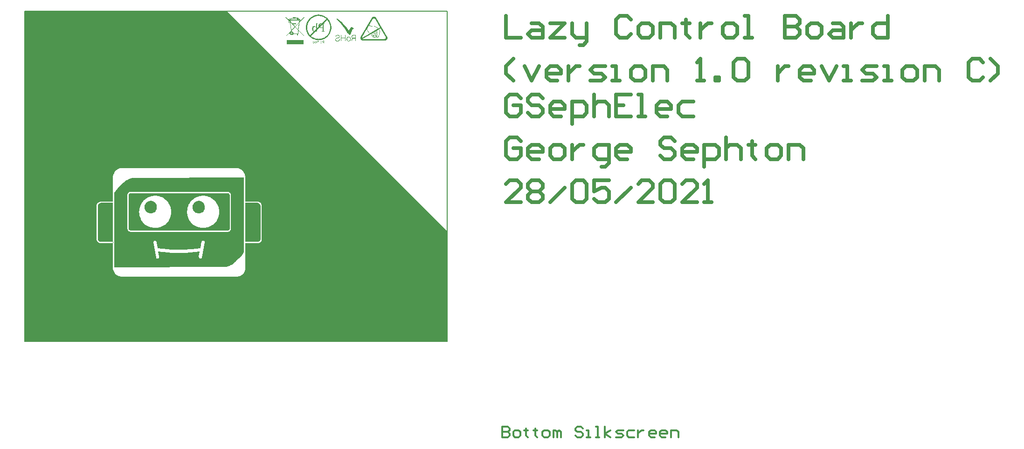
<source format=gbo>
G04 Layer_Color=32896*
%FSLAX42Y42*%
%MOMM*%
G71*
G01*
G75*
%ADD27C,0.30*%
%ADD29C,0.20*%
%ADD30C,0.70*%
G36*
X5683Y5569D02*
X5688Y5568D01*
X5693Y5567D01*
X5697Y5565D01*
X5700Y5564D01*
X5703Y5562D01*
X5704Y5561D01*
X5705Y5560D01*
X5708Y5557D01*
X5710Y5554D01*
X5712Y5550D01*
X5713Y5547D01*
X5714Y5544D01*
X5714Y5541D01*
Y5540D01*
Y5539D01*
X5714Y5535D01*
X5713Y5530D01*
X5712Y5527D01*
X5711Y5524D01*
X5710Y5522D01*
X5709Y5521D01*
X5708Y5520D01*
Y5520D01*
X5705Y5517D01*
X5702Y5515D01*
X5693Y5512D01*
X5690Y5510D01*
X5687Y5510D01*
X5685Y5509D01*
X5684D01*
X5674Y5506D01*
X5668Y5504D01*
X5664Y5502D01*
X5660Y5501D01*
X5657Y5499D01*
X5655Y5498D01*
X5653Y5497D01*
X5652Y5496D01*
X5652D01*
X5649Y5492D01*
X5647Y5487D01*
X5647Y5485D01*
Y5483D01*
Y5482D01*
Y5482D01*
X5647Y5478D01*
X5648Y5475D01*
X5651Y5470D01*
X5652Y5468D01*
X5653Y5466D01*
X5654Y5466D01*
X5655Y5465D01*
X5658Y5463D01*
X5662Y5462D01*
X5668Y5460D01*
X5671Y5460D01*
X5673Y5459D01*
X5675D01*
X5680Y5460D01*
X5685Y5461D01*
X5689Y5462D01*
X5692Y5463D01*
X5695Y5465D01*
X5697Y5466D01*
X5698Y5467D01*
X5698Y5467D01*
X5701Y5470D01*
X5703Y5474D01*
X5705Y5478D01*
X5706Y5481D01*
X5706Y5484D01*
X5707Y5486D01*
Y5488D01*
Y5488D01*
X5717D01*
Y5487D01*
X5716Y5481D01*
X5715Y5475D01*
X5714Y5471D01*
X5712Y5467D01*
X5710Y5464D01*
X5708Y5462D01*
X5707Y5461D01*
X5707Y5460D01*
X5702Y5457D01*
X5697Y5455D01*
X5692Y5453D01*
X5687Y5452D01*
X5682Y5451D01*
X5679Y5451D01*
X5675D01*
X5668Y5451D01*
X5663Y5452D01*
X5658Y5453D01*
X5654Y5455D01*
X5651Y5457D01*
X5649Y5458D01*
X5647Y5459D01*
X5647Y5459D01*
X5643Y5463D01*
X5640Y5466D01*
X5639Y5470D01*
X5637Y5474D01*
X5637Y5478D01*
X5636Y5480D01*
Y5482D01*
Y5483D01*
X5637Y5487D01*
X5638Y5491D01*
X5639Y5494D01*
X5640Y5497D01*
X5642Y5500D01*
X5644Y5502D01*
X5645Y5503D01*
X5645Y5503D01*
X5649Y5507D01*
X5653Y5509D01*
X5661Y5513D01*
X5665Y5514D01*
X5669Y5515D01*
X5671Y5516D01*
X5672D01*
X5685Y5519D01*
X5691Y5521D01*
X5696Y5523D01*
X5698Y5525D01*
X5699Y5526D01*
X5702Y5530D01*
X5703Y5534D01*
X5704Y5537D01*
Y5538D01*
Y5538D01*
X5703Y5542D01*
X5703Y5545D01*
X5700Y5550D01*
X5699Y5552D01*
X5698Y5554D01*
X5697Y5554D01*
X5697Y5555D01*
X5694Y5556D01*
X5691Y5557D01*
X5685Y5559D01*
X5682Y5559D01*
X5678D01*
X5673Y5559D01*
X5669Y5558D01*
X5666Y5557D01*
X5663Y5556D01*
X5661Y5555D01*
X5659Y5554D01*
X5658Y5553D01*
X5658Y5553D01*
X5655Y5550D01*
X5653Y5547D01*
X5652Y5544D01*
X5651Y5541D01*
X5651Y5539D01*
X5650Y5537D01*
Y5535D01*
Y5535D01*
X5640D01*
X5640Y5540D01*
X5641Y5545D01*
X5643Y5550D01*
X5645Y5553D01*
X5647Y5556D01*
X5649Y5558D01*
X5650Y5559D01*
X5650Y5559D01*
X5654Y5563D01*
X5659Y5566D01*
X5663Y5567D01*
X5668Y5569D01*
X5672Y5569D01*
X5675Y5570D01*
X5678D01*
X5683Y5569D01*
D02*
G37*
G36*
X5884Y5536D02*
X5889Y5535D01*
X5894Y5533D01*
X5898Y5531D01*
X5901Y5529D01*
X5903Y5527D01*
X5905Y5526D01*
X5905Y5526D01*
X5908Y5521D01*
X5911Y5516D01*
X5912Y5511D01*
X5914Y5506D01*
X5914Y5501D01*
X5915Y5497D01*
Y5495D01*
Y5494D01*
X5914Y5487D01*
X5913Y5481D01*
X5912Y5475D01*
X5910Y5471D01*
X5908Y5467D01*
X5907Y5465D01*
X5906Y5463D01*
X5905Y5463D01*
X5901Y5459D01*
X5897Y5456D01*
X5892Y5454D01*
X5888Y5453D01*
X5884Y5452D01*
X5881Y5452D01*
X5878D01*
X5872Y5452D01*
X5866Y5453D01*
X5861Y5455D01*
X5857Y5457D01*
X5854Y5459D01*
X5852Y5461D01*
X5851Y5462D01*
X5850Y5463D01*
X5847Y5467D01*
X5845Y5472D01*
X5843Y5478D01*
X5842Y5483D01*
X5841Y5487D01*
X5840Y5491D01*
Y5493D01*
Y5494D01*
X5841Y5501D01*
X5842Y5507D01*
X5844Y5513D01*
X5845Y5517D01*
X5847Y5521D01*
X5849Y5524D01*
X5850Y5525D01*
X5850Y5526D01*
X5854Y5529D01*
X5859Y5532D01*
X5863Y5534D01*
X5867Y5535D01*
X5872Y5536D01*
X5875Y5537D01*
X5878D01*
X5884Y5536D01*
D02*
G37*
G36*
X5357Y5429D02*
X5339D01*
Y5435D01*
X5357D01*
Y5429D01*
D02*
G37*
G36*
X5391Y5415D02*
X5385D01*
Y5419D01*
X5384Y5417D01*
X5383Y5416D01*
X5381Y5416D01*
X5379Y5415D01*
X5378Y5415D01*
X5377Y5414D01*
X5376D01*
X5374Y5415D01*
X5372Y5415D01*
X5370Y5416D01*
X5368Y5417D01*
X5367Y5418D01*
X5367Y5418D01*
X5366Y5419D01*
X5366Y5419D01*
X5364Y5421D01*
X5363Y5423D01*
X5363Y5426D01*
X5362Y5427D01*
X5362Y5429D01*
X5362Y5431D01*
Y5432D01*
Y5432D01*
Y5435D01*
X5362Y5437D01*
X5362Y5439D01*
X5362Y5439D01*
X5363Y5441D01*
X5364Y5443D01*
X5365Y5444D01*
X5365Y5445D01*
X5367Y5446D01*
X5368Y5447D01*
X5369Y5448D01*
X5370Y5448D01*
X5372Y5449D01*
X5374Y5449D01*
X5375Y5450D01*
X5376D01*
X5378Y5449D01*
X5380Y5449D01*
X5382Y5447D01*
X5383Y5446D01*
X5384Y5446D01*
X5385Y5445D01*
X5385Y5445D01*
Y5462D01*
X5391D01*
Y5415D01*
D02*
G37*
G36*
X6010Y5454D02*
X6000D01*
Y5503D01*
X5962D01*
X5958Y5503D01*
X5955Y5502D01*
X5953Y5502D01*
X5951Y5501D01*
X5950Y5500D01*
X5949Y5500D01*
X5948Y5497D01*
X5946Y5495D01*
X5945Y5488D01*
X5944Y5485D01*
Y5483D01*
X5943Y5481D01*
Y5480D01*
X5942Y5465D01*
Y5463D01*
Y5462D01*
Y5461D01*
X5942Y5459D01*
Y5459D01*
X5941Y5456D01*
X5941Y5455D01*
X5940Y5454D01*
X5929D01*
Y5455D01*
X5930Y5456D01*
X5931Y5458D01*
X5931Y5459D01*
Y5459D01*
Y5461D01*
X5932Y5462D01*
X5932Y5464D01*
Y5465D01*
Y5465D01*
X5934Y5483D01*
X5935Y5488D01*
X5935Y5492D01*
X5936Y5495D01*
X5936Y5498D01*
X5937Y5499D01*
X5937Y5501D01*
X5938Y5502D01*
X5941Y5504D01*
X5944Y5507D01*
X5947Y5508D01*
X5947Y5509D01*
X5948D01*
X5942Y5511D01*
X5938Y5514D01*
X5935Y5517D01*
X5935Y5518D01*
X5934Y5518D01*
X5932Y5525D01*
X5930Y5530D01*
X5930Y5533D01*
Y5535D01*
Y5536D01*
Y5537D01*
X5930Y5542D01*
X5931Y5547D01*
X5933Y5550D01*
X5933Y5551D01*
Y5551D01*
X5937Y5555D01*
X5940Y5559D01*
X5942Y5561D01*
X5943Y5561D01*
X5943D01*
X5946Y5563D01*
X5950Y5564D01*
X5953Y5565D01*
X5954D01*
X5956Y5566D01*
X5958D01*
X5964Y5566D01*
X6010D01*
Y5454D01*
D02*
G37*
G36*
X5668Y5865D02*
X5672Y5864D01*
X5674Y5862D01*
X5675Y5862D01*
X5675D01*
X5677Y5861D01*
X5678Y5860D01*
X5680Y5859D01*
X5681Y5858D01*
X5689Y5853D01*
X5698Y5847D01*
X5715Y5835D01*
X5730Y5823D01*
X5738Y5816D01*
X5744Y5810D01*
X5751Y5805D01*
X5757Y5799D01*
X5762Y5795D01*
X5766Y5791D01*
X5769Y5787D01*
X5772Y5784D01*
X5773Y5783D01*
X5774Y5782D01*
X5791Y5765D01*
X5806Y5747D01*
X5819Y5732D01*
X5825Y5724D01*
X5830Y5717D01*
X5835Y5711D01*
X5839Y5706D01*
X5843Y5700D01*
X5846Y5696D01*
X5849Y5693D01*
X5850Y5691D01*
X5851Y5689D01*
X5852Y5689D01*
X5857Y5681D01*
X5862Y5674D01*
X5866Y5668D01*
X5870Y5663D01*
X5873Y5659D01*
X5875Y5655D01*
X5877Y5653D01*
X5879Y5650D01*
X5880Y5648D01*
X5881Y5647D01*
X5882Y5645D01*
X5883Y5644D01*
X5883Y5645D01*
X5884Y5647D01*
X5885Y5650D01*
X5887Y5653D01*
X5888Y5656D01*
X5889Y5659D01*
X5890Y5661D01*
X5891Y5661D01*
X5898Y5674D01*
X5901Y5680D01*
X5904Y5686D01*
X5907Y5691D01*
X5909Y5694D01*
X5910Y5696D01*
X5911Y5697D01*
X5913Y5701D01*
X5916Y5704D01*
X5922Y5708D01*
X5924Y5709D01*
X5927Y5710D01*
X5928Y5711D01*
X5928D01*
X5933Y5712D01*
X5938Y5711D01*
X5942Y5709D01*
X5947Y5706D01*
X5951Y5704D01*
X5954Y5701D01*
X5956Y5699D01*
X5957Y5698D01*
X5963Y5693D01*
X5967Y5689D01*
X5970Y5687D01*
X5972Y5685D01*
X5973Y5684D01*
X5973Y5683D01*
X5974Y5683D01*
X5970Y5682D01*
X5966Y5681D01*
X5962Y5678D01*
X5958Y5674D01*
X5955Y5670D01*
X5950Y5665D01*
X5943Y5655D01*
X5937Y5643D01*
X5934Y5638D01*
X5932Y5634D01*
X5930Y5630D01*
X5929Y5627D01*
X5928Y5625D01*
X5928Y5625D01*
X5923Y5614D01*
X5919Y5605D01*
X5915Y5597D01*
X5912Y5590D01*
X5910Y5584D01*
X5908Y5580D01*
X5906Y5576D01*
X5904Y5573D01*
X5903Y5570D01*
X5903Y5568D01*
X5902Y5567D01*
X5902Y5566D01*
X5901Y5565D01*
X5853Y5602D01*
X5850Y5609D01*
X5847Y5616D01*
X5839Y5631D01*
X5831Y5647D01*
X5823Y5661D01*
X5819Y5667D01*
X5815Y5673D01*
X5811Y5679D01*
X5808Y5683D01*
X5806Y5687D01*
X5804Y5690D01*
X5803Y5692D01*
X5803Y5692D01*
X5789Y5712D01*
X5774Y5731D01*
X5767Y5740D01*
X5761Y5748D01*
X5754Y5756D01*
X5748Y5764D01*
X5742Y5770D01*
X5737Y5776D01*
X5732Y5781D01*
X5728Y5786D01*
X5725Y5790D01*
X5722Y5792D01*
X5721Y5794D01*
X5720Y5794D01*
X5713Y5802D01*
X5706Y5810D01*
X5698Y5817D01*
X5692Y5824D01*
X5687Y5829D01*
X5683Y5833D01*
X5680Y5835D01*
X5679Y5836D01*
X5675Y5840D01*
X5672Y5843D01*
X5666Y5848D01*
X5662Y5852D01*
X5660Y5854D01*
X5658Y5856D01*
X5658Y5856D01*
X5657Y5857D01*
X5658Y5857D01*
X5659Y5859D01*
X5660Y5860D01*
X5660Y5861D01*
X5662Y5864D01*
X5663Y5865D01*
X5664Y5866D01*
Y5867D01*
X5668Y5865D01*
D02*
G37*
G36*
X5822Y5454D02*
X5811D01*
Y5508D01*
X5747D01*
Y5454D01*
X5737D01*
Y5566D01*
X5747D01*
Y5518D01*
X5811D01*
Y5566D01*
X5822D01*
Y5454D01*
D02*
G37*
G36*
X6342Y5901D02*
X6346Y5900D01*
X6351Y5899D01*
X6354Y5898D01*
X6358Y5896D01*
X6360Y5895D01*
X6361Y5895D01*
X6362Y5894D01*
X6363Y5893D01*
X6365Y5893D01*
X6365Y5892D01*
X6369Y5889D01*
X6372Y5887D01*
X6374Y5884D01*
X6376Y5881D01*
X6378Y5879D01*
X6379Y5877D01*
X6380Y5876D01*
X6380Y5875D01*
X6576Y5537D01*
X6576D01*
X6576Y5537D01*
Y5536D01*
Y5536D01*
X6578Y5533D01*
X6579Y5531D01*
X6579Y5530D01*
X6579Y5529D01*
X6580Y5529D01*
X6580Y5528D01*
X6581Y5525D01*
X6581Y5523D01*
X6581Y5523D01*
Y5522D01*
X6582Y5516D01*
X6582Y5509D01*
X6581Y5503D01*
X6580Y5498D01*
X6579Y5494D01*
X6577Y5490D01*
X6577Y5489D01*
X6576Y5488D01*
X6576Y5488D01*
Y5487D01*
Y5487D01*
X6574Y5485D01*
X6573Y5483D01*
X6572Y5482D01*
X6571Y5481D01*
X6570Y5479D01*
X6568Y5477D01*
X6567Y5476D01*
X6566Y5476D01*
X6563Y5473D01*
X6560Y5471D01*
X6555Y5468D01*
X6549Y5465D01*
X6544Y5464D01*
X6539Y5463D01*
X6535Y5463D01*
X6534Y5462D01*
X6140D01*
X6137Y5463D01*
X6135Y5463D01*
X6133Y5463D01*
X6133D01*
X6131Y5463D01*
X6128Y5464D01*
X6126Y5464D01*
X6126Y5465D01*
X6126D01*
X6119Y5467D01*
X6114Y5471D01*
X6109Y5475D01*
X6105Y5478D01*
X6102Y5482D01*
X6100Y5485D01*
X6098Y5487D01*
X6098Y5487D01*
Y5487D01*
X6098D01*
X6096Y5490D01*
X6095Y5493D01*
X6095Y5494D01*
X6094Y5494D01*
X6093Y5497D01*
X6093Y5499D01*
X6092Y5501D01*
Y5501D01*
X6092Y5505D01*
X6091Y5509D01*
Y5515D01*
X6092Y5521D01*
X6094Y5527D01*
X6095Y5531D01*
X6097Y5535D01*
X6097Y5536D01*
X6098Y5537D01*
X6098Y5538D01*
Y5538D01*
X6294Y5876D01*
X6295Y5879D01*
X6296Y5881D01*
X6297Y5882D01*
X6298Y5883D01*
X6299Y5884D01*
X6301Y5886D01*
X6302Y5887D01*
X6303Y5888D01*
X6303D01*
X6308Y5892D01*
X6314Y5896D01*
X6320Y5898D01*
X6325Y5899D01*
X6330Y5900D01*
X6333Y5901D01*
X6335Y5901D01*
X6337D01*
X6342Y5901D01*
D02*
G37*
G36*
X5342Y5937D02*
X5351Y5936D01*
X5359Y5935D01*
X5368Y5934D01*
X5376Y5932D01*
X5384Y5931D01*
X5399Y5926D01*
X5414Y5921D01*
X5427Y5915D01*
X5440Y5909D01*
X5446Y5906D01*
X5451Y5903D01*
X5456Y5900D01*
X5461Y5896D01*
X5466Y5893D01*
X5471Y5890D01*
X5475Y5887D01*
X5479Y5884D01*
X5482Y5882D01*
X5485Y5879D01*
X5488Y5877D01*
X5490Y5875D01*
X5493Y5873D01*
X5494Y5872D01*
X5496Y5870D01*
X5496Y5869D01*
X5497Y5869D01*
X5497Y5869D01*
X5503Y5862D01*
X5509Y5856D01*
X5514Y5849D01*
X5520Y5842D01*
X5524Y5835D01*
X5529Y5828D01*
X5533Y5821D01*
X5536Y5814D01*
X5540Y5807D01*
X5543Y5800D01*
X5548Y5787D01*
X5553Y5774D01*
X5556Y5761D01*
X5559Y5749D01*
X5561Y5744D01*
X5561Y5738D01*
X5562Y5734D01*
X5563Y5729D01*
X5564Y5725D01*
X5564Y5721D01*
X5564Y5717D01*
X5564Y5714D01*
X5565Y5711D01*
Y5709D01*
X5565Y5707D01*
Y5706D01*
Y5705D01*
Y5705D01*
X5565Y5696D01*
X5564Y5687D01*
X5563Y5678D01*
X5562Y5670D01*
X5561Y5662D01*
X5559Y5654D01*
X5554Y5638D01*
X5549Y5624D01*
X5544Y5610D01*
X5538Y5598D01*
X5534Y5592D01*
X5531Y5586D01*
X5528Y5581D01*
X5525Y5576D01*
X5522Y5571D01*
X5519Y5567D01*
X5516Y5563D01*
X5513Y5559D01*
X5510Y5555D01*
X5508Y5552D01*
X5506Y5550D01*
X5503Y5547D01*
X5502Y5545D01*
X5500Y5543D01*
X5499Y5542D01*
X5498Y5541D01*
X5498Y5540D01*
X5497Y5540D01*
X5491Y5534D01*
X5484Y5528D01*
X5478Y5523D01*
X5471Y5518D01*
X5464Y5513D01*
X5457Y5509D01*
X5450Y5505D01*
X5443Y5501D01*
X5436Y5497D01*
X5429Y5494D01*
X5415Y5489D01*
X5402Y5484D01*
X5390Y5481D01*
X5378Y5478D01*
X5372Y5477D01*
X5367Y5476D01*
X5362Y5475D01*
X5357Y5474D01*
X5353Y5474D01*
X5349Y5473D01*
X5345Y5473D01*
X5342Y5473D01*
X5340Y5472D01*
X5337D01*
X5335Y5472D01*
X5333D01*
X5324Y5472D01*
X5315Y5473D01*
X5307Y5474D01*
X5298Y5475D01*
X5290Y5477D01*
X5282Y5479D01*
X5267Y5483D01*
X5252Y5488D01*
X5239Y5494D01*
X5226Y5500D01*
X5220Y5503D01*
X5215Y5506D01*
X5210Y5509D01*
X5205Y5512D01*
X5200Y5516D01*
X5195Y5519D01*
X5191Y5522D01*
X5187Y5524D01*
X5184Y5527D01*
X5181Y5530D01*
X5178Y5532D01*
X5176Y5534D01*
X5174Y5536D01*
X5172Y5537D01*
X5170Y5539D01*
X5170Y5539D01*
X5169Y5540D01*
X5169Y5540D01*
X5163Y5547D01*
X5157Y5553D01*
X5151Y5560D01*
X5146Y5567D01*
X5142Y5574D01*
X5137Y5581D01*
X5133Y5588D01*
X5129Y5595D01*
X5126Y5602D01*
X5123Y5608D01*
X5117Y5622D01*
X5113Y5635D01*
X5109Y5648D01*
X5106Y5660D01*
X5105Y5665D01*
X5104Y5670D01*
X5103Y5675D01*
X5102Y5680D01*
X5102Y5685D01*
X5102Y5688D01*
X5101Y5692D01*
X5101Y5695D01*
X5101Y5698D01*
X5101Y5700D01*
Y5702D01*
Y5703D01*
Y5704D01*
Y5705D01*
X5101Y5713D01*
X5101Y5722D01*
X5102Y5731D01*
X5104Y5739D01*
X5105Y5747D01*
X5107Y5755D01*
X5111Y5771D01*
X5116Y5785D01*
X5122Y5799D01*
X5128Y5811D01*
X5131Y5817D01*
X5135Y5823D01*
X5138Y5828D01*
X5141Y5833D01*
X5144Y5838D01*
X5147Y5842D01*
X5150Y5846D01*
X5153Y5850D01*
X5156Y5853D01*
X5158Y5856D01*
X5161Y5859D01*
X5162Y5862D01*
X5164Y5864D01*
X5166Y5866D01*
X5167Y5867D01*
X5168Y5868D01*
X5169Y5868D01*
X5169Y5869D01*
X5175Y5875D01*
X5182Y5881D01*
X5189Y5886D01*
X5195Y5891D01*
X5202Y5896D01*
X5209Y5900D01*
X5216Y5904D01*
X5223Y5908D01*
X5230Y5912D01*
X5237Y5915D01*
X5251Y5920D01*
X5264Y5925D01*
X5276Y5928D01*
X5288Y5931D01*
X5294Y5932D01*
X5299Y5933D01*
X5304Y5934D01*
X5308Y5935D01*
X5313Y5936D01*
X5317Y5936D01*
X5320Y5936D01*
X5323Y5936D01*
X5326Y5937D01*
X5329Y5937D01*
X5333D01*
X5342Y5937D01*
D02*
G37*
G36*
X5433Y5415D02*
X5427D01*
Y5434D01*
X5415D01*
X5412Y5434D01*
X5409Y5435D01*
X5406Y5435D01*
X5405Y5436D01*
X5403Y5437D01*
X5402Y5437D01*
X5402Y5438D01*
X5401Y5438D01*
X5400Y5440D01*
X5399Y5441D01*
X5398Y5445D01*
X5398Y5446D01*
X5398Y5447D01*
Y5448D01*
Y5448D01*
X5398Y5451D01*
X5398Y5453D01*
X5399Y5454D01*
X5399Y5454D01*
X5400Y5456D01*
X5401Y5458D01*
X5403Y5459D01*
X5403Y5459D01*
X5405Y5460D01*
X5407Y5461D01*
X5408Y5461D01*
X5409D01*
X5411Y5461D01*
X5413Y5462D01*
X5433D01*
Y5415D01*
D02*
G37*
G36*
X5077Y5892D02*
X4983Y5794D01*
X4981Y5768D01*
X4975Y5704D01*
X4970Y5658D01*
X5071Y5554D01*
X5064Y5547D01*
X4969Y5645D01*
X4964Y5585D01*
X4961D01*
Y5562D01*
X4940D01*
Y5585D01*
X4874D01*
X4872Y5580D01*
X4869Y5576D01*
X4864Y5571D01*
X4858Y5567D01*
X4851Y5565D01*
X4844Y5564D01*
X4837Y5564D01*
X4832Y5565D01*
X4827Y5568D01*
X4822Y5571D01*
X4818Y5575D01*
X4814Y5580D01*
X4811Y5587D01*
X4809Y5592D01*
X4809Y5597D01*
X4809Y5603D01*
X4810Y5607D01*
X4812Y5612D01*
X4814Y5616D01*
X4817Y5620D01*
X4821Y5624D01*
X4825Y5627D01*
X4829Y5628D01*
X4828Y5633D01*
X4745Y5547D01*
X4739Y5554D01*
X4828Y5647D01*
X4820Y5727D01*
X4815Y5785D01*
X4789D01*
Y5823D01*
X4796D01*
X4728Y5892D01*
X4735Y5899D01*
X4799Y5833D01*
Y5838D01*
X4797Y5839D01*
X4796Y5840D01*
X4794Y5842D01*
X4792Y5844D01*
X4792Y5846D01*
X4791Y5849D01*
X4790Y5851D01*
X4791Y5855D01*
X4792Y5857D01*
X4794Y5861D01*
X4797Y5863D01*
X4801Y5865D01*
X4805Y5866D01*
X4808Y5865D01*
X4812Y5864D01*
X4815Y5862D01*
X4816Y5860D01*
X4818Y5863D01*
X4823Y5865D01*
X4828Y5868D01*
X4835Y5871D01*
X4843Y5873D01*
X4850Y5874D01*
X4859Y5876D01*
X4865Y5877D01*
Y5885D01*
X4919D01*
Y5878D01*
X4923D01*
X4930Y5877D01*
X4937Y5876D01*
X4944Y5875D01*
Y5879D01*
X4967D01*
Y5869D01*
X4970Y5867D01*
X4973Y5866D01*
X4978Y5863D01*
X4981Y5861D01*
X4984Y5858D01*
X4986Y5856D01*
X4988Y5854D01*
X4989Y5852D01*
X4988Y5848D01*
X5001D01*
Y5831D01*
X4987D01*
X4984Y5809D01*
X5071Y5899D01*
X5077Y5892D01*
D02*
G37*
G36*
X5325Y5462D02*
X5327Y5462D01*
X5328Y5461D01*
X5328Y5461D01*
X5329Y5460D01*
X5330Y5459D01*
X5330Y5458D01*
X5331Y5457D01*
X5331Y5456D01*
X5332Y5454D01*
Y5453D01*
Y5453D01*
Y5452D01*
Y5449D01*
X5337D01*
Y5444D01*
X5332D01*
Y5415D01*
X5326D01*
Y5444D01*
X5319D01*
Y5449D01*
X5326D01*
Y5452D01*
X5325Y5454D01*
X5325Y5455D01*
X5325Y5456D01*
X5325Y5456D01*
X5323Y5457D01*
X5322Y5457D01*
X5319D01*
X5318Y5457D01*
X5318D01*
X5317Y5462D01*
X5319Y5462D01*
X5320Y5462D01*
X5322D01*
X5325Y5462D01*
D02*
G37*
G36*
X5057Y5471D02*
Y5469D01*
Y5467D01*
Y5465D01*
Y5463D01*
Y5461D01*
Y5460D01*
Y5459D01*
Y5459D01*
Y5450D01*
Y5446D01*
Y5441D01*
Y5438D01*
Y5435D01*
Y5434D01*
Y5433D01*
Y5433D01*
Y5433D01*
Y5427D01*
Y5423D01*
Y5418D01*
Y5414D01*
Y5411D01*
Y5409D01*
Y5407D01*
Y5407D01*
Y5407D01*
Y5403D01*
Y5400D01*
Y5398D01*
Y5396D01*
Y5396D01*
Y5395D01*
Y5395D01*
X4754D01*
Y5396D01*
Y5397D01*
Y5399D01*
Y5401D01*
Y5403D01*
Y5405D01*
Y5406D01*
Y5407D01*
Y5416D01*
Y5420D01*
Y5424D01*
Y5428D01*
Y5430D01*
Y5431D01*
Y5432D01*
Y5432D01*
Y5433D01*
Y5438D01*
Y5443D01*
Y5447D01*
Y5451D01*
Y5455D01*
Y5457D01*
Y5459D01*
Y5459D01*
Y5461D01*
Y5463D01*
Y5466D01*
Y5468D01*
Y5470D01*
Y5471D01*
Y5471D01*
Y5471D01*
X5057D01*
Y5471D01*
D02*
G37*
G36*
X5304Y5449D02*
X5305Y5449D01*
X5306Y5449D01*
X5306Y5449D01*
X5307Y5447D01*
X5308Y5446D01*
X5309Y5444D01*
X5310Y5444D01*
Y5449D01*
X5315D01*
Y5415D01*
X5309D01*
Y5433D01*
X5309Y5436D01*
X5308Y5437D01*
X5308Y5439D01*
X5308Y5439D01*
X5307Y5441D01*
X5307Y5442D01*
X5306Y5442D01*
X5306Y5442D01*
X5305Y5443D01*
X5304Y5444D01*
X5303D01*
X5301Y5443D01*
X5300Y5443D01*
X5299Y5443D01*
X5298Y5442D01*
X5297Y5448D01*
X5299Y5449D01*
X5301Y5449D01*
X5302Y5450D01*
X5302D01*
X5304Y5449D01*
D02*
G37*
G36*
X5246D02*
X5248Y5449D01*
X5250Y5448D01*
X5251Y5447D01*
X5253Y5446D01*
X5254Y5446D01*
X5254Y5445D01*
X5254Y5445D01*
X5256Y5443D01*
X5257Y5441D01*
X5258Y5439D01*
X5258Y5437D01*
X5259Y5435D01*
X5259Y5433D01*
Y5432D01*
Y5432D01*
X5259Y5429D01*
X5258Y5426D01*
X5257Y5424D01*
X5257Y5422D01*
X5256Y5421D01*
X5255Y5420D01*
X5255Y5419D01*
X5255Y5419D01*
X5253Y5417D01*
X5251Y5416D01*
X5249Y5416D01*
X5247Y5415D01*
X5245Y5415D01*
X5244Y5414D01*
X5243D01*
X5239Y5415D01*
X5236Y5416D01*
X5235Y5416D01*
X5234Y5417D01*
X5233Y5417D01*
X5233D01*
X5231Y5420D01*
X5229Y5422D01*
X5229Y5423D01*
X5228Y5424D01*
X5228Y5425D01*
Y5425D01*
X5234Y5426D01*
X5235Y5424D01*
X5236Y5422D01*
X5237Y5421D01*
X5237Y5421D01*
X5239Y5420D01*
X5241Y5419D01*
X5242Y5419D01*
X5243D01*
X5244Y5419D01*
X5245Y5419D01*
X5248Y5421D01*
X5249Y5421D01*
X5250Y5422D01*
X5250D01*
X5251Y5423D01*
X5252Y5424D01*
X5252Y5427D01*
X5253Y5429D01*
X5253Y5430D01*
Y5430D01*
Y5431D01*
X5228D01*
Y5431D01*
Y5431D01*
Y5432D01*
Y5432D01*
X5228Y5435D01*
X5228Y5437D01*
X5229Y5440D01*
X5230Y5442D01*
X5231Y5443D01*
X5231Y5444D01*
X5232Y5445D01*
X5232Y5445D01*
X5234Y5447D01*
X5236Y5448D01*
X5238Y5449D01*
X5239Y5449D01*
X5241Y5449D01*
X5242Y5450D01*
X5243D01*
X5246Y5449D01*
D02*
G37*
G36*
X5282D02*
X5284Y5449D01*
X5286Y5448D01*
X5288Y5447D01*
X5289Y5446D01*
X5290Y5446D01*
X5290Y5445D01*
X5291Y5445D01*
X5292Y5443D01*
X5293Y5441D01*
X5294Y5439D01*
X5294Y5436D01*
X5295Y5434D01*
X5295Y5433D01*
Y5432D01*
Y5432D01*
X5295Y5429D01*
X5294Y5426D01*
X5293Y5424D01*
X5293Y5422D01*
X5292Y5421D01*
X5291Y5420D01*
X5291Y5419D01*
X5291Y5419D01*
X5289Y5417D01*
X5287Y5416D01*
X5285Y5416D01*
X5283Y5415D01*
X5282Y5415D01*
X5280Y5414D01*
X5279D01*
X5275Y5415D01*
X5272Y5416D01*
X5271Y5416D01*
X5270Y5417D01*
X5270Y5417D01*
X5269D01*
X5267Y5420D01*
X5265Y5422D01*
X5265Y5423D01*
X5264Y5424D01*
X5264Y5425D01*
Y5425D01*
X5270Y5426D01*
X5271Y5424D01*
X5272Y5422D01*
X5273Y5421D01*
X5273Y5421D01*
X5275Y5420D01*
X5277Y5419D01*
X5278Y5419D01*
X5279D01*
X5280Y5419D01*
X5282Y5419D01*
X5284Y5421D01*
X5285Y5421D01*
X5286Y5422D01*
X5286D01*
X5288Y5425D01*
X5288Y5427D01*
X5289Y5429D01*
X5289Y5430D01*
Y5430D01*
Y5431D01*
X5264D01*
Y5431D01*
Y5431D01*
Y5432D01*
Y5432D01*
X5264Y5435D01*
X5265Y5437D01*
X5265Y5440D01*
X5266Y5442D01*
X5267Y5443D01*
X5268Y5444D01*
X5268Y5445D01*
X5268Y5445D01*
X5270Y5447D01*
X5272Y5448D01*
X5273Y5449D01*
X5275Y5449D01*
X5277Y5449D01*
X5278Y5450D01*
X5279D01*
X5282Y5449D01*
D02*
G37*
G36*
X6270Y3400D02*
X6270D01*
X7665Y2005D01*
Y0D01*
X4600Y-0D01*
D01*
X4452D01*
X4345D01*
D01*
X-0Y0D01*
X0Y6000D01*
X3670D01*
X6270Y3400D01*
D02*
G37*
%LPC*%
G36*
X5880Y5529D02*
X5878D01*
X5873Y5528D01*
X5869Y5527D01*
X5865Y5526D01*
X5863Y5524D01*
X5860Y5522D01*
X5859Y5520D01*
X5858Y5519D01*
X5858Y5519D01*
X5855Y5516D01*
X5853Y5512D01*
X5852Y5508D01*
X5851Y5503D01*
X5851Y5500D01*
X5850Y5497D01*
Y5495D01*
Y5494D01*
X5851Y5488D01*
X5851Y5484D01*
X5853Y5479D01*
X5854Y5475D01*
X5855Y5473D01*
X5857Y5470D01*
X5857Y5469D01*
X5858Y5469D01*
X5860Y5466D01*
X5864Y5463D01*
X5867Y5462D01*
X5870Y5460D01*
X5873Y5460D01*
X5876Y5459D01*
X5878D01*
X5882Y5460D01*
X5886Y5461D01*
X5890Y5462D01*
X5892Y5464D01*
X5894Y5466D01*
X5896Y5467D01*
X5897Y5468D01*
X5898Y5469D01*
X5900Y5472D01*
X5902Y5476D01*
X5903Y5481D01*
X5904Y5485D01*
X5905Y5488D01*
X5905Y5491D01*
Y5493D01*
Y5494D01*
X5905Y5499D01*
X5904Y5504D01*
X5903Y5509D01*
X5901Y5513D01*
X5900Y5515D01*
X5899Y5517D01*
X5898Y5518D01*
X5898Y5519D01*
X5895Y5522D01*
X5891Y5525D01*
X5888Y5526D01*
X5885Y5528D01*
X5882Y5528D01*
X5880Y5529D01*
D02*
G37*
G36*
X5377Y5445D02*
X5375D01*
X5373Y5444D01*
X5371Y5443D01*
X5370Y5442D01*
X5370Y5442D01*
Y5442D01*
X5369Y5440D01*
X5368Y5439D01*
X5368Y5436D01*
X5367Y5434D01*
Y5433D01*
Y5432D01*
Y5432D01*
Y5430D01*
X5368Y5428D01*
X5368Y5426D01*
X5368Y5425D01*
X5369Y5424D01*
X5370Y5423D01*
X5370Y5423D01*
Y5422D01*
X5371Y5421D01*
X5372Y5421D01*
X5374Y5419D01*
X5376Y5419D01*
X5376D01*
X5378Y5419D01*
X5380Y5420D01*
X5382Y5421D01*
X5383Y5423D01*
X5384Y5423D01*
Y5423D01*
X5384Y5424D01*
X5385Y5426D01*
X5385Y5429D01*
X5385Y5430D01*
Y5431D01*
Y5432D01*
Y5432D01*
X5385Y5436D01*
X5385Y5438D01*
X5384Y5439D01*
X5383Y5440D01*
X5383Y5441D01*
X5383Y5441D01*
Y5442D01*
X5381Y5443D01*
X5381Y5443D01*
X5378Y5444D01*
X5377Y5445D01*
D02*
G37*
G36*
X6000Y5557D02*
X5964D01*
X5960Y5556D01*
X5958Y5556D01*
X5957Y5555D01*
X5953Y5555D01*
X5951Y5554D01*
X5949Y5553D01*
X5949Y5553D01*
X5946Y5550D01*
X5944Y5548D01*
X5943Y5546D01*
X5942Y5546D01*
X5941Y5542D01*
X5940Y5539D01*
Y5537D01*
Y5536D01*
X5941Y5531D01*
X5941Y5528D01*
X5942Y5525D01*
X5943Y5522D01*
X5945Y5520D01*
X5946Y5519D01*
X5946Y5519D01*
X5947Y5518D01*
X5950Y5517D01*
X5954Y5515D01*
X5961Y5514D01*
X5964D01*
X5967Y5513D01*
X6000D01*
Y5557D01*
D02*
G37*
G36*
X6205Y5667D02*
X6205D01*
X6128Y5533D01*
Y5533D01*
X6126Y5529D01*
X6125Y5525D01*
X6124Y5524D01*
Y5522D01*
X6124Y5522D01*
Y5521D01*
X6124D01*
X6124Y5520D01*
Y5520D01*
Y5519D01*
Y5517D01*
Y5516D01*
X6124Y5515D01*
Y5515D01*
X6265Y5597D01*
X6260Y5599D01*
X6255Y5602D01*
X6250Y5606D01*
X6246Y5609D01*
X6242Y5612D01*
X6239Y5615D01*
X6238Y5617D01*
X6237Y5617D01*
X6237Y5618D01*
X6235Y5620D01*
X6233Y5621D01*
X6232Y5622D01*
X6231Y5623D01*
X6230Y5625D01*
X6229Y5627D01*
X6228Y5628D01*
X6228Y5628D01*
X6226Y5630D01*
X6226Y5633D01*
X6223Y5637D01*
X6223Y5639D01*
X6222Y5641D01*
X6221Y5642D01*
Y5642D01*
X6220Y5645D01*
X6219Y5648D01*
X6218Y5650D01*
X6217Y5652D01*
X6216Y5653D01*
X6216Y5654D01*
X6216Y5655D01*
X6215Y5657D01*
X6213Y5659D01*
X6211Y5662D01*
X6209Y5663D01*
X6209Y5664D01*
X6206Y5666D01*
X6206Y5667D01*
X6205Y5667D01*
D02*
G37*
G36*
X6341Y5553D02*
X6339D01*
X6336Y5553D01*
X6334Y5552D01*
X6331Y5551D01*
X6330Y5550D01*
X6329Y5550D01*
X6329Y5548D01*
X6330Y5546D01*
X6333Y5542D01*
X6334Y5541D01*
X6335Y5539D01*
X6335Y5538D01*
X6336Y5538D01*
X6338Y5535D01*
X6340Y5533D01*
X6341Y5531D01*
X6342Y5530D01*
X6343Y5529D01*
X6344Y5528D01*
X6345Y5527D01*
X6347Y5526D01*
X6348Y5525D01*
X6349Y5525D01*
X6349D01*
X6351Y5524D01*
X6352Y5524D01*
X6353D01*
X6356Y5523D01*
X6360D01*
X6362Y5524D01*
X6363Y5525D01*
X6364Y5525D01*
X6365Y5526D01*
X6367Y5529D01*
X6368Y5532D01*
X6369Y5533D01*
X6369Y5534D01*
X6369Y5535D01*
Y5535D01*
X6369Y5537D01*
X6369Y5538D01*
X6368Y5539D01*
Y5539D01*
X6368Y5541D01*
X6367Y5543D01*
X6366Y5544D01*
X6366Y5544D01*
X6365Y5545D01*
X6365Y5546D01*
X6363Y5548D01*
X6360Y5549D01*
X6358Y5550D01*
X6357Y5551D01*
X6356D01*
X6355Y5551D01*
X6355Y5551D01*
X6354D01*
X6353Y5552D01*
X6353D01*
X6350Y5552D01*
X6347Y5553D01*
X6344Y5553D01*
X6342D01*
X6341Y5553D01*
D02*
G37*
G36*
X6459Y5684D02*
X6433Y5669D01*
X6434Y5666D01*
X6435Y5663D01*
X6436Y5659D01*
X6437Y5656D01*
X6438Y5653D01*
X6439Y5651D01*
X6440Y5649D01*
X6440Y5649D01*
X6442Y5645D01*
X6443Y5643D01*
X6444Y5640D01*
X6444Y5638D01*
X6445Y5637D01*
X6445Y5636D01*
X6446Y5635D01*
Y5635D01*
X6446Y5632D01*
Y5628D01*
X6446Y5624D01*
X6445Y5620D01*
X6444Y5616D01*
X6444Y5613D01*
X6443Y5612D01*
Y5611D01*
X6443Y5611D01*
Y5611D01*
X6442Y5608D01*
X6442Y5606D01*
X6442Y5604D01*
Y5604D01*
X6441Y5603D01*
X6441Y5601D01*
X6440Y5598D01*
X6439Y5592D01*
X6439Y5590D01*
X6439Y5588D01*
X6438Y5586D01*
Y5586D01*
X6438Y5581D01*
X6437Y5577D01*
X6437Y5575D01*
X6436Y5572D01*
X6436Y5571D01*
X6435Y5569D01*
X6435Y5569D01*
Y5568D01*
X6434Y5567D01*
X6434Y5565D01*
X6432Y5560D01*
X6431Y5558D01*
X6431Y5557D01*
X6430Y5556D01*
Y5555D01*
X6429Y5552D01*
X6428Y5550D01*
X6427Y5548D01*
X6427Y5547D01*
X6426Y5546D01*
X6426Y5545D01*
Y5545D01*
X6426Y5545D01*
X6425Y5544D01*
X6425Y5543D01*
Y5542D01*
X6423Y5537D01*
X6421Y5533D01*
X6420Y5530D01*
X6419Y5527D01*
X6417Y5525D01*
X6416Y5523D01*
X6416Y5523D01*
X6416Y5522D01*
X6414Y5520D01*
X6411Y5519D01*
X6409Y5517D01*
X6407Y5517D01*
X6406Y5516D01*
X6404Y5516D01*
X6403Y5515D01*
X6400D01*
X6398Y5516D01*
X6396Y5516D01*
X6396Y5517D01*
X6396D01*
X6393Y5518D01*
X6391Y5519D01*
X6390Y5520D01*
X6389Y5520D01*
X6386Y5523D01*
X6384Y5526D01*
X6383Y5529D01*
X6382Y5531D01*
X6381Y5533D01*
X6381Y5535D01*
X6380Y5536D01*
Y5537D01*
Y5539D01*
X6381Y5543D01*
X6382Y5547D01*
X6383Y5551D01*
X6384Y5554D01*
X6385Y5558D01*
X6385Y5559D01*
X6385Y5560D01*
X6386Y5560D01*
Y5561D01*
X6384Y5560D01*
X6383Y5559D01*
X6381Y5558D01*
X6381Y5558D01*
X6379Y5557D01*
X6378Y5556D01*
X6377Y5555D01*
X6376Y5555D01*
X6376Y5554D01*
Y5554D01*
X6377Y5550D01*
X6377Y5547D01*
Y5546D01*
Y5545D01*
Y5544D01*
Y5544D01*
Y5543D01*
Y5543D01*
Y5542D01*
Y5542D01*
X6377Y5537D01*
X6376Y5532D01*
X6375Y5529D01*
X6373Y5526D01*
X6372Y5523D01*
X6371Y5522D01*
X6370Y5521D01*
X6370Y5520D01*
X6367Y5519D01*
X6364Y5517D01*
X6363Y5517D01*
X6362Y5517D01*
X6361Y5516D01*
X6353D01*
X6350Y5517D01*
X6348Y5518D01*
X6347Y5518D01*
X6346Y5518D01*
X6344Y5520D01*
X6342Y5520D01*
X6341Y5521D01*
X6340Y5522D01*
X6337Y5525D01*
X6335Y5528D01*
X6333Y5529D01*
X6332Y5530D01*
X6332Y5531D01*
X6332Y5531D01*
X6330Y5530D01*
X6328Y5528D01*
X6324Y5527D01*
X6322Y5527D01*
X6321Y5526D01*
X6317D01*
X6315Y5527D01*
X6313Y5528D01*
X6311Y5528D01*
X6310Y5529D01*
X6309Y5530D01*
X6308Y5531D01*
X6308Y5531D01*
Y5531D01*
X6307Y5531D01*
X6307Y5531D01*
X6307Y5532D01*
X6306Y5533D01*
X6306Y5534D01*
X6305Y5534D01*
Y5535D01*
X6305Y5536D01*
X6304Y5537D01*
X6304Y5538D01*
Y5538D01*
X6304Y5541D01*
Y5544D01*
X6304Y5545D01*
Y5546D01*
X6304Y5547D01*
Y5547D01*
X6301D01*
X6298Y5547D01*
X6295Y5548D01*
X6293Y5548D01*
X6291Y5549D01*
X6290Y5550D01*
X6289Y5551D01*
X6288Y5551D01*
Y5552D01*
X6287Y5553D01*
X6287Y5553D01*
X6287Y5554D01*
X6286Y5557D01*
X6285Y5560D01*
X6285Y5562D01*
Y5562D01*
X6285Y5566D01*
X6286Y5569D01*
X6287Y5571D01*
X6288Y5571D01*
Y5571D01*
X6288Y5572D01*
X6289Y5572D01*
X6292Y5576D01*
X6295Y5578D01*
X6296Y5579D01*
X6296Y5579D01*
X6294Y5582D01*
X6291Y5584D01*
X6290Y5585D01*
X6289Y5586D01*
X6136Y5497D01*
X6138Y5495D01*
X6140Y5494D01*
X6142Y5494D01*
X6143Y5493D01*
X6144D01*
X6145Y5493D01*
X6146Y5493D01*
X6147Y5492D01*
X6151D01*
Y5492D01*
X6522D01*
X6526Y5492D01*
X6530Y5493D01*
X6533Y5494D01*
X6536Y5496D01*
X6538Y5497D01*
X6540Y5498D01*
X6541Y5499D01*
X6541Y5499D01*
X6542Y5500D01*
X6543Y5501D01*
X6544Y5502D01*
Y5502D01*
X6545Y5503D01*
X6545Y5504D01*
X6546Y5505D01*
Y5506D01*
X6546D01*
X6548Y5509D01*
X6549Y5512D01*
X6549Y5515D01*
X6549Y5518D01*
Y5521D01*
Y5523D01*
X6549Y5524D01*
Y5524D01*
X6549Y5526D01*
X6548Y5527D01*
X6548Y5528D01*
Y5528D01*
X6548Y5529D01*
X6547Y5531D01*
X6547Y5531D01*
X6546Y5532D01*
X6546Y5532D01*
Y5532D01*
X6459Y5684D01*
D02*
G37*
G36*
X6417Y5547D02*
X6415D01*
X6413Y5547D01*
X6410Y5546D01*
X6409Y5545D01*
X6407Y5543D01*
X6406Y5542D01*
X6404Y5541D01*
X6404Y5540D01*
X6404Y5540D01*
X6403Y5538D01*
X6403Y5538D01*
X6402Y5537D01*
X6402Y5536D01*
X6400Y5534D01*
X6400Y5533D01*
X6399Y5531D01*
Y5531D01*
X6399Y5530D01*
Y5529D01*
Y5528D01*
Y5528D01*
Y5526D01*
X6399Y5525D01*
Y5525D01*
Y5524D01*
Y5523D01*
Y5523D01*
X6400Y5523D01*
X6401Y5522D01*
X6402D01*
X6404Y5523D01*
X6406Y5523D01*
X6408Y5525D01*
X6409Y5526D01*
X6410Y5527D01*
Y5527D01*
X6411Y5529D01*
X6413Y5531D01*
X6414Y5534D01*
X6416Y5537D01*
X6417Y5540D01*
X6418Y5542D01*
X6418Y5544D01*
X6418Y5544D01*
X6419Y5547D01*
X6419D01*
X6418Y5547D01*
X6417Y5547D01*
D02*
G37*
G36*
X6322Y5551D02*
X6320Y5551D01*
X6318Y5550D01*
X6317Y5550D01*
X6317Y5549D01*
X6316Y5549D01*
X6314Y5549D01*
X6313Y5548D01*
X6313D01*
X6312Y5547D01*
X6311Y5545D01*
X6311Y5543D01*
Y5540D01*
X6311Y5540D01*
Y5540D01*
X6311Y5539D01*
Y5538D01*
X6312Y5538D01*
X6312Y5537D01*
X6313Y5536D01*
X6313Y5536D01*
X6315Y5534D01*
X6317Y5534D01*
X6319D01*
X6323Y5534D01*
X6325Y5535D01*
X6327Y5536D01*
X6328Y5537D01*
X6325Y5541D01*
X6323Y5545D01*
X6323Y5546D01*
X6323Y5547D01*
X6322Y5548D01*
Y5548D01*
X6322Y5550D01*
X6322Y5551D01*
Y5551D01*
Y5551D01*
D02*
G37*
G36*
X6338Y5868D02*
X6337D01*
Y5868D01*
X6333Y5867D01*
X6329Y5867D01*
X6326Y5865D01*
X6324Y5864D01*
X6321Y5863D01*
X6320Y5862D01*
X6319Y5861D01*
X6318Y5861D01*
X6317Y5859D01*
X6316Y5858D01*
X6316Y5858D01*
X6315Y5857D01*
X6314Y5855D01*
X6314Y5855D01*
Y5854D01*
X6313D01*
X6250Y5744D01*
X6272Y5735D01*
X6275Y5734D01*
X6278Y5733D01*
X6282Y5732D01*
X6284Y5732D01*
X6287Y5732D01*
X6289Y5731D01*
X6298D01*
X6302Y5732D01*
X6307D01*
X6310Y5732D01*
X6316D01*
X6318Y5732D01*
X6319D01*
X6321Y5733D01*
X6328D01*
X6334Y5732D01*
X6340Y5732D01*
X6344Y5731D01*
X6348Y5730D01*
X6351Y5729D01*
X6353Y5729D01*
X6353Y5728D01*
X6354D01*
X6359Y5726D01*
X6364Y5724D01*
X6369Y5721D01*
X6374Y5718D01*
X6378Y5715D01*
X6381Y5713D01*
X6383Y5713D01*
X6384Y5712D01*
X6384Y5711D01*
X6384D01*
X6385Y5711D01*
X6386Y5710D01*
X6389Y5708D01*
X6391Y5707D01*
X6392Y5706D01*
X6393Y5706D01*
X6393Y5706D01*
X6396Y5704D01*
X6397Y5704D01*
X6397Y5703D01*
X6399Y5702D01*
X6399Y5702D01*
X6399Y5702D01*
X6404Y5699D01*
X6407Y5697D01*
X6409Y5696D01*
X6409Y5695D01*
X6410Y5694D01*
X6410D01*
X6412Y5692D01*
X6414Y5691D01*
X6416Y5690D01*
X6417Y5688D01*
X6419Y5687D01*
X6419Y5686D01*
X6448Y5702D01*
X6360Y5854D01*
X6358Y5858D01*
X6355Y5861D01*
X6353Y5862D01*
X6353Y5863D01*
X6352Y5863D01*
X6352D01*
X6352Y5863D01*
X6351Y5864D01*
X6351Y5864D01*
X6351D01*
X6348Y5865D01*
X6346Y5866D01*
X6341Y5868D01*
X6339D01*
X6338Y5868D01*
D02*
G37*
G36*
X6366Y5630D02*
X6353Y5623D01*
X6354Y5619D01*
X6354Y5616D01*
X6355Y5614D01*
Y5614D01*
Y5614D01*
X6354Y5611D01*
X6354Y5608D01*
X6353Y5606D01*
X6353Y5606D01*
Y5605D01*
X6352Y5604D01*
X6352Y5604D01*
X6352Y5604D01*
X6351Y5601D01*
X6350Y5600D01*
X6348Y5597D01*
X6347Y5596D01*
X6347Y5595D01*
X6352Y5591D01*
X6355Y5587D01*
X6357Y5586D01*
X6358Y5584D01*
X6359Y5584D01*
X6359Y5583D01*
X6360Y5582D01*
X6360Y5582D01*
X6361Y5581D01*
X6361Y5581D01*
X6363Y5585D01*
X6365Y5588D01*
X6366Y5589D01*
X6366Y5590D01*
Y5590D01*
X6367Y5592D01*
X6367Y5593D01*
X6368Y5593D01*
X6368Y5594D01*
X6368Y5595D01*
Y5596D01*
X6369Y5599D01*
X6369Y5602D01*
Y5604D01*
Y5605D01*
Y5606D01*
Y5606D01*
Y5607D01*
Y5608D01*
Y5610D01*
Y5612D01*
Y5614D01*
Y5616D01*
Y5617D01*
Y5617D01*
Y5620D01*
X6369Y5622D01*
X6369Y5624D01*
Y5624D01*
X6368Y5627D01*
X6367Y5628D01*
X6366Y5630D01*
X6366Y5630D01*
D02*
G37*
G36*
X6427Y5665D02*
X6390Y5644D01*
X6390Y5642D01*
X6390Y5640D01*
X6392Y5636D01*
X6393Y5634D01*
X6394Y5633D01*
X6395Y5632D01*
X6395Y5631D01*
X6397Y5629D01*
X6398Y5626D01*
X6399Y5624D01*
X6400Y5623D01*
X6400Y5622D01*
X6401Y5621D01*
X6401Y5620D01*
Y5620D01*
Y5617D01*
X6401Y5614D01*
X6399Y5608D01*
X6399Y5606D01*
X6398Y5603D01*
X6398Y5602D01*
X6397Y5601D01*
X6397Y5598D01*
X6396Y5595D01*
X6395Y5593D01*
X6395Y5592D01*
Y5591D01*
Y5590D01*
Y5589D01*
X6396Y5584D01*
X6396Y5581D01*
Y5579D01*
Y5577D01*
X6396Y5575D01*
Y5574D01*
Y5574D01*
Y5572D01*
Y5572D01*
Y5572D01*
X6396Y5570D01*
Y5570D01*
Y5570D01*
X6395Y5568D01*
X6395Y5566D01*
X6394Y5566D01*
Y5566D01*
X6394Y5564D01*
X6394Y5563D01*
X6393Y5562D01*
X6393Y5561D01*
X6392Y5557D01*
X6391Y5554D01*
X6390Y5549D01*
X6389Y5545D01*
X6388Y5542D01*
X6388Y5540D01*
X6387Y5538D01*
Y5537D01*
Y5537D01*
X6388Y5535D01*
X6389Y5532D01*
X6391Y5529D01*
X6392Y5528D01*
X6393Y5527D01*
X6393Y5526D01*
X6394Y5526D01*
X6394Y5526D01*
X6395Y5525D01*
X6395Y5525D01*
X6395Y5525D01*
Y5526D01*
Y5527D01*
Y5528D01*
Y5528D01*
Y5530D01*
Y5531D01*
X6396Y5531D01*
Y5532D01*
X6397Y5534D01*
X6397Y5536D01*
X6398Y5538D01*
X6399Y5538D01*
Y5539D01*
X6399Y5539D01*
X6400Y5540D01*
X6400Y5541D01*
X6401Y5541D01*
X6403Y5544D01*
X6405Y5547D01*
X6408Y5549D01*
X6410Y5550D01*
X6412Y5550D01*
X6414Y5551D01*
X6417D01*
X6418Y5551D01*
X6419Y5550D01*
X6419D01*
X6420Y5550D01*
X6420D01*
X6421Y5553D01*
X6422Y5555D01*
X6423Y5557D01*
X6423Y5558D01*
Y5558D01*
X6426Y5563D01*
X6427Y5567D01*
X6428Y5568D01*
X6428Y5570D01*
X6428Y5570D01*
Y5571D01*
X6429Y5573D01*
X6430Y5576D01*
X6431Y5581D01*
X6431Y5583D01*
Y5585D01*
X6431Y5586D01*
Y5587D01*
X6432Y5591D01*
X6432Y5595D01*
X6433Y5598D01*
X6433Y5600D01*
X6433Y5602D01*
X6434Y5604D01*
X6434Y5605D01*
Y5605D01*
Y5606D01*
X6435Y5608D01*
X6435Y5610D01*
X6436Y5612D01*
X6436Y5612D01*
Y5612D01*
X6437Y5618D01*
X6438Y5622D01*
X6439Y5625D01*
X6439Y5628D01*
Y5630D01*
Y5632D01*
X6439Y5633D01*
Y5633D01*
X6438Y5634D01*
X6438Y5636D01*
X6436Y5641D01*
X6435Y5643D01*
X6434Y5644D01*
X6434Y5645D01*
X6434Y5646D01*
X6432Y5650D01*
X6430Y5654D01*
X6429Y5657D01*
X6428Y5660D01*
X6427Y5662D01*
X6427Y5664D01*
X6427Y5665D01*
Y5665D01*
D02*
G37*
G36*
X6303Y5575D02*
X6303D01*
X6302Y5575D01*
X6301Y5574D01*
X6299Y5573D01*
X6298Y5571D01*
X6296Y5570D01*
X6295Y5569D01*
X6295Y5568D01*
X6295Y5567D01*
X6294Y5567D01*
Y5567D01*
X6294D01*
X6294Y5566D01*
X6293Y5565D01*
X6292Y5564D01*
Y5563D01*
Y5563D01*
X6293Y5561D01*
X6293Y5559D01*
X6293Y5557D01*
X6294Y5557D01*
Y5556D01*
Y5556D01*
X6294D01*
X6295Y5555D01*
X6295Y5555D01*
X6298Y5554D01*
X6300Y5554D01*
X6301D01*
X6306Y5554D01*
X6308Y5555D01*
X6310Y5555D01*
X6312Y5555D01*
X6313Y5556D01*
X6314Y5556D01*
X6314D01*
X6316Y5557D01*
X6318Y5558D01*
X6319Y5558D01*
X6319Y5558D01*
X6319Y5559D01*
Y5559D01*
X6318Y5560D01*
X6318Y5560D01*
X6316Y5565D01*
X6313Y5567D01*
X6311Y5569D01*
X6311Y5570D01*
X6311D01*
X6308Y5572D01*
X6306Y5573D01*
X6304Y5575D01*
X6303Y5575D01*
D02*
G37*
G36*
X6383Y5640D02*
X6372Y5634D01*
X6374Y5631D01*
X6375Y5629D01*
X6375Y5627D01*
X6376Y5627D01*
Y5626D01*
X6376Y5623D01*
X6377Y5621D01*
Y5619D01*
Y5618D01*
Y5618D01*
Y5617D01*
Y5615D01*
Y5613D01*
Y5612D01*
Y5611D01*
Y5609D01*
Y5608D01*
Y5606D01*
Y5606D01*
Y5603D01*
X6376Y5600D01*
Y5599D01*
X6376Y5597D01*
X6376Y5596D01*
Y5595D01*
X6375Y5594D01*
Y5594D01*
Y5594D01*
X6375Y5592D01*
X6374Y5591D01*
Y5590D01*
Y5590D01*
X6374Y5589D01*
X6373Y5588D01*
X6373Y5588D01*
Y5587D01*
X6371Y5582D01*
X6368Y5578D01*
X6367Y5577D01*
X6367Y5576D01*
X6366Y5575D01*
X6366Y5575D01*
X6369Y5570D01*
X6371Y5566D01*
X6372Y5564D01*
X6373Y5563D01*
X6373Y5562D01*
Y5562D01*
X6374Y5563D01*
X6376Y5563D01*
X6377Y5564D01*
X6377Y5564D01*
X6380Y5566D01*
X6381Y5566D01*
X6382Y5567D01*
X6382Y5567D01*
X6383Y5568D01*
X6383Y5569D01*
X6384Y5569D01*
X6385Y5569D01*
X6386Y5570D01*
X6386Y5570D01*
X6386Y5571D01*
X6386D01*
X6386Y5571D01*
X6387Y5571D01*
X6388Y5572D01*
X6388D01*
Y5572D01*
X6389Y5573D01*
Y5573D01*
Y5574D01*
Y5574D01*
Y5579D01*
X6388Y5584D01*
X6388Y5585D01*
Y5587D01*
X6388Y5588D01*
Y5588D01*
X6387Y5590D01*
X6388Y5592D01*
X6389Y5597D01*
X6389Y5600D01*
X6390Y5602D01*
X6390Y5603D01*
X6391Y5604D01*
X6392Y5608D01*
X6393Y5611D01*
X6393Y5613D01*
X6394Y5615D01*
Y5617D01*
Y5618D01*
Y5618D01*
Y5618D01*
X6393Y5620D01*
X6393Y5621D01*
X6391Y5624D01*
X6390Y5625D01*
X6390Y5626D01*
X6389Y5627D01*
X6389Y5627D01*
X6387Y5630D01*
X6386Y5632D01*
X6385Y5634D01*
X6384Y5636D01*
X6384Y5638D01*
X6383Y5639D01*
X6383Y5639D01*
Y5640D01*
D02*
G37*
G36*
X6347Y5619D02*
X6329Y5609D01*
X6333Y5606D01*
X6337Y5603D01*
X6339Y5601D01*
X6340Y5600D01*
X6341Y5600D01*
X6341Y5600D01*
X6343Y5602D01*
X6344Y5604D01*
X6345Y5606D01*
X6345Y5606D01*
Y5607D01*
X6346Y5608D01*
X6346Y5608D01*
Y5608D01*
X6347Y5610D01*
X6347Y5612D01*
X6347Y5613D01*
Y5614D01*
Y5615D01*
X6347Y5617D01*
X6347Y5618D01*
Y5619D01*
D02*
G37*
G36*
X6246Y5738D02*
X6209Y5673D01*
X6211Y5672D01*
X6212Y5671D01*
X6214Y5669D01*
X6214Y5669D01*
X6217Y5666D01*
X6220Y5662D01*
X6221Y5660D01*
X6222Y5659D01*
X6222Y5658D01*
X6222Y5658D01*
X6223Y5656D01*
X6224Y5654D01*
X6226Y5650D01*
X6227Y5648D01*
X6227Y5646D01*
X6228Y5645D01*
Y5645D01*
X6229Y5642D01*
X6230Y5639D01*
X6231Y5637D01*
X6232Y5635D01*
X6233Y5634D01*
X6233Y5633D01*
X6234Y5633D01*
Y5632D01*
X6235Y5631D01*
X6236Y5629D01*
X6237Y5628D01*
X6237Y5628D01*
X6239Y5626D01*
X6240Y5624D01*
X6241Y5623D01*
X6242Y5623D01*
X6245Y5620D01*
X6248Y5617D01*
X6254Y5612D01*
X6260Y5608D01*
X6264Y5605D01*
X6268Y5603D01*
X6271Y5602D01*
X6272Y5601D01*
X6273Y5601D01*
X6413Y5682D01*
X6410Y5685D01*
X6408Y5687D01*
X6407Y5688D01*
X6406Y5689D01*
X6402Y5691D01*
X6399Y5694D01*
X6397Y5695D01*
X6397Y5695D01*
X6396Y5696D01*
X6396D01*
X6394Y5697D01*
X6393Y5698D01*
X6391Y5699D01*
X6390Y5699D01*
X6390D01*
X6387Y5701D01*
X6385Y5702D01*
X6384Y5703D01*
X6382Y5704D01*
X6381Y5705D01*
X6380Y5705D01*
X6374Y5710D01*
X6369Y5713D01*
X6364Y5716D01*
X6360Y5718D01*
X6356Y5720D01*
X6354Y5721D01*
X6352Y5721D01*
X6352Y5722D01*
X6347Y5723D01*
X6341Y5724D01*
X6337Y5725D01*
X6332Y5725D01*
X6328Y5725D01*
X6317D01*
X6315Y5725D01*
X6312D01*
X6304Y5724D01*
X6300D01*
X6297Y5724D01*
X6290D01*
X6286Y5724D01*
X6282Y5725D01*
X6278Y5725D01*
X6275Y5726D01*
X6273Y5727D01*
X6271Y5728D01*
X6269Y5728D01*
X6269Y5729D01*
X6246Y5738D01*
D02*
G37*
G36*
X6322Y5605D02*
X6295Y5589D01*
X6297Y5588D01*
X6298Y5587D01*
X6302Y5584D01*
X6304Y5583D01*
X6305Y5582D01*
X6306Y5582D01*
X6306Y5581D01*
X6309Y5580D01*
X6311Y5578D01*
X6312Y5577D01*
X6313Y5577D01*
X6315Y5576D01*
X6315Y5576D01*
X6319Y5572D01*
X6322Y5568D01*
X6323Y5566D01*
X6324Y5565D01*
X6324Y5564D01*
X6325Y5564D01*
X6326Y5561D01*
X6327Y5559D01*
X6328Y5557D01*
Y5557D01*
X6328Y5555D01*
X6329Y5554D01*
Y5554D01*
X6331Y5555D01*
X6332Y5555D01*
X6334Y5555D01*
X6334D01*
X6336Y5556D01*
X6337Y5556D01*
X6337Y5556D01*
X6338D01*
X6342Y5557D01*
X6347Y5556D01*
X6349Y5556D01*
X6350D01*
X6352Y5556D01*
X6352D01*
X6353Y5555D01*
X6354Y5555D01*
X6354Y5555D01*
X6356D01*
X6357Y5554D01*
X6358Y5554D01*
X6358Y5554D01*
X6362Y5552D01*
X6365Y5551D01*
X6367Y5549D01*
X6367Y5549D01*
X6368Y5548D01*
X6368Y5547D01*
X6369Y5546D01*
X6369Y5545D01*
X6370Y5545D01*
X6369Y5548D01*
X6369Y5551D01*
X6367Y5557D01*
X6364Y5562D01*
X6362Y5567D01*
X6359Y5572D01*
X6356Y5576D01*
X6355Y5577D01*
X6354Y5578D01*
X6354Y5578D01*
X6353Y5578D01*
X6348Y5584D01*
X6345Y5587D01*
X6343Y5589D01*
X6341Y5591D01*
X6339Y5592D01*
X6338Y5593D01*
X6338Y5593D01*
X6331Y5598D01*
X6329Y5600D01*
X6327Y5602D01*
X6325Y5603D01*
X6324Y5604D01*
X6323Y5605D01*
X6322Y5605D01*
D02*
G37*
G36*
X5337Y5914D02*
X5333D01*
X5325Y5913D01*
X5317Y5913D01*
X5309Y5912D01*
X5302Y5911D01*
X5287Y5908D01*
X5273Y5904D01*
X5260Y5899D01*
X5248Y5894D01*
X5237Y5889D01*
X5227Y5883D01*
X5217Y5877D01*
X5213Y5874D01*
X5209Y5872D01*
X5205Y5869D01*
X5202Y5866D01*
X5199Y5864D01*
X5196Y5862D01*
X5194Y5860D01*
X5191Y5858D01*
X5190Y5856D01*
X5188Y5855D01*
X5187Y5854D01*
X5186Y5853D01*
X5185Y5853D01*
X5185Y5852D01*
X5180Y5846D01*
X5174Y5841D01*
X5169Y5834D01*
X5165Y5828D01*
X5161Y5822D01*
X5157Y5816D01*
X5153Y5810D01*
X5150Y5803D01*
X5144Y5791D01*
X5139Y5779D01*
X5135Y5767D01*
X5132Y5756D01*
X5129Y5745D01*
X5127Y5735D01*
X5126Y5731D01*
X5126Y5726D01*
X5125Y5723D01*
X5125Y5719D01*
X5124Y5716D01*
X5124Y5713D01*
Y5710D01*
X5124Y5708D01*
Y5707D01*
Y5706D01*
Y5705D01*
Y5705D01*
X5124Y5696D01*
X5124Y5689D01*
X5125Y5681D01*
X5126Y5673D01*
X5129Y5659D01*
X5133Y5645D01*
X5138Y5632D01*
X5143Y5620D01*
X5149Y5608D01*
X5154Y5598D01*
X5160Y5589D01*
X5163Y5585D01*
X5166Y5580D01*
X5169Y5577D01*
X5171Y5574D01*
X5173Y5570D01*
X5175Y5567D01*
X5177Y5566D01*
X5177Y5565D01*
X5181Y5561D01*
X5182Y5559D01*
X5183Y5559D01*
X5184Y5558D01*
X5184Y5557D01*
X5185Y5557D01*
X5185Y5557D01*
X5191Y5551D01*
X5197Y5546D01*
X5203Y5541D01*
X5209Y5536D01*
X5215Y5532D01*
X5222Y5528D01*
X5228Y5525D01*
X5234Y5521D01*
X5247Y5515D01*
X5259Y5510D01*
X5271Y5506D01*
X5282Y5503D01*
X5293Y5500D01*
X5302Y5499D01*
X5307Y5498D01*
X5311Y5497D01*
X5315Y5497D01*
X5318Y5496D01*
X5322Y5496D01*
X5325Y5496D01*
X5327D01*
X5329Y5495D01*
X5333D01*
X5341Y5496D01*
X5349Y5496D01*
X5357Y5497D01*
X5364Y5498D01*
X5379Y5501D01*
X5392Y5505D01*
X5405Y5510D01*
X5418Y5515D01*
X5429Y5520D01*
X5439Y5526D01*
X5448Y5532D01*
X5453Y5535D01*
X5457Y5537D01*
X5460Y5540D01*
X5464Y5542D01*
X5467Y5545D01*
X5470Y5547D01*
X5472Y5549D01*
X5474Y5551D01*
X5476Y5553D01*
X5478Y5554D01*
X5479Y5555D01*
X5480Y5556D01*
X5480Y5556D01*
X5481Y5557D01*
X5486Y5562D01*
X5491Y5568D01*
X5496Y5574D01*
X5501Y5580D01*
X5505Y5587D01*
X5509Y5593D01*
X5513Y5599D01*
X5516Y5606D01*
X5522Y5618D01*
X5527Y5630D01*
X5531Y5642D01*
X5534Y5653D01*
X5537Y5664D01*
X5539Y5674D01*
X5539Y5678D01*
X5540Y5683D01*
X5541Y5687D01*
X5541Y5690D01*
X5541Y5693D01*
X5542Y5696D01*
Y5699D01*
X5542Y5701D01*
Y5702D01*
Y5703D01*
Y5704D01*
Y5705D01*
X5542Y5713D01*
X5541Y5720D01*
X5541Y5728D01*
X5539Y5736D01*
X5536Y5750D01*
X5532Y5764D01*
X5528Y5777D01*
X5523Y5789D01*
X5517Y5801D01*
X5511Y5811D01*
X5506Y5820D01*
X5503Y5824D01*
X5500Y5828D01*
X5497Y5832D01*
X5495Y5835D01*
X5493Y5839D01*
X5490Y5841D01*
X5488Y5844D01*
X5488Y5844D01*
X5481Y5852D01*
X5481Y5852D01*
X5481Y5852D01*
X5481Y5852D01*
X5481Y5851D01*
X5482Y5851D01*
X5483Y5849D01*
X5484Y5848D01*
X5486Y5846D01*
X5488Y5844D01*
X5423Y5779D01*
X5447D01*
Y5775D01*
X5441D01*
X5438Y5775D01*
X5436Y5774D01*
X5433Y5773D01*
X5431Y5773D01*
X5430Y5772D01*
X5429Y5771D01*
X5428Y5770D01*
X5428Y5770D01*
X5427Y5768D01*
X5426Y5766D01*
X5426Y5763D01*
X5425Y5760D01*
Y5757D01*
X5425Y5755D01*
Y5753D01*
Y5752D01*
Y5752D01*
Y5653D01*
Y5648D01*
X5425Y5645D01*
X5426Y5642D01*
X5426Y5640D01*
X5426Y5638D01*
X5427Y5637D01*
X5427Y5636D01*
Y5636D01*
X5429Y5634D01*
X5431Y5632D01*
X5434Y5631D01*
X5436Y5631D01*
X5438Y5630D01*
X5440Y5630D01*
X5447D01*
Y5625D01*
X5381D01*
Y5630D01*
X5387D01*
X5390Y5630D01*
X5393Y5631D01*
X5395Y5631D01*
X5397Y5632D01*
X5398Y5633D01*
X5399Y5634D01*
X5400Y5634D01*
X5400Y5635D01*
X5401Y5637D01*
X5402Y5639D01*
X5403Y5642D01*
X5403Y5645D01*
X5403Y5648D01*
X5403Y5651D01*
Y5652D01*
Y5653D01*
Y5653D01*
Y5697D01*
X5400Y5697D01*
X5398Y5696D01*
X5395Y5696D01*
X5393Y5696D01*
X5392Y5695D01*
X5391Y5695D01*
X5390D01*
X5385Y5695D01*
X5383D01*
X5381Y5694D01*
X5377D01*
X5371Y5695D01*
X5365Y5696D01*
X5359Y5697D01*
X5355Y5698D01*
X5352Y5700D01*
X5349Y5701D01*
X5347Y5702D01*
X5347Y5703D01*
X5305Y5661D01*
Y5635D01*
X5301Y5633D01*
X5298Y5631D01*
X5295Y5630D01*
X5292Y5628D01*
X5289Y5627D01*
X5287Y5626D01*
X5286Y5626D01*
X5286Y5626D01*
X5282Y5625D01*
X5279Y5624D01*
X5276Y5623D01*
X5273Y5623D01*
X5271Y5623D01*
X5269Y5622D01*
X5267D01*
X5193Y5549D01*
X5185Y5557D01*
X5184Y5558D01*
X5184Y5558D01*
X5183Y5559D01*
X5181Y5561D01*
X5181Y5561D01*
X5180Y5563D01*
X5178Y5565D01*
X5177Y5566D01*
X5241Y5630D01*
X5238Y5632D01*
X5235Y5634D01*
X5234Y5635D01*
X5233Y5636D01*
X5232Y5637D01*
X5232Y5637D01*
X5229Y5640D01*
X5226Y5643D01*
X5224Y5647D01*
X5222Y5651D01*
X5220Y5655D01*
X5218Y5658D01*
X5216Y5665D01*
X5215Y5669D01*
X5215Y5672D01*
X5214Y5674D01*
X5214Y5677D01*
X5214Y5678D01*
Y5680D01*
Y5681D01*
Y5681D01*
Y5686D01*
X5214Y5690D01*
X5216Y5697D01*
X5218Y5704D01*
X5219Y5706D01*
X5220Y5709D01*
X5221Y5711D01*
X5222Y5713D01*
X5223Y5715D01*
X5224Y5716D01*
X5225Y5717D01*
X5225Y5718D01*
X5225Y5718D01*
X5226Y5719D01*
X5228Y5721D01*
X5230Y5723D01*
X5233Y5725D01*
X5235Y5727D01*
X5240Y5729D01*
X5244Y5731D01*
X5248Y5732D01*
X5251Y5732D01*
X5252Y5733D01*
X5254D01*
X5257Y5732D01*
X5260Y5732D01*
X5263Y5731D01*
X5266Y5729D01*
X5272Y5726D01*
X5277Y5722D01*
X5280Y5718D01*
X5282Y5716D01*
X5283Y5715D01*
X5285Y5713D01*
X5285Y5712D01*
X5286Y5712D01*
X5286Y5711D01*
Y5787D01*
X5291D01*
X5322Y5774D01*
X5321Y5770D01*
X5318Y5771D01*
X5315Y5771D01*
X5313Y5772D01*
X5313D01*
X5311Y5771D01*
X5310Y5771D01*
X5308Y5771D01*
X5308Y5770D01*
X5307Y5769D01*
X5306Y5767D01*
X5306Y5765D01*
X5306Y5765D01*
Y5765D01*
X5305Y5764D01*
Y5763D01*
X5305Y5760D01*
Y5756D01*
X5305Y5752D01*
Y5749D01*
Y5746D01*
Y5745D01*
Y5744D01*
Y5743D01*
Y5743D01*
Y5693D01*
X5332Y5721D01*
X5331Y5726D01*
X5330Y5729D01*
X5330Y5731D01*
X5330Y5734D01*
Y5735D01*
Y5736D01*
Y5737D01*
X5330Y5742D01*
X5331Y5746D01*
X5332Y5750D01*
X5334Y5754D01*
X5335Y5757D01*
X5337Y5759D01*
X5338Y5760D01*
X5338Y5761D01*
X5342Y5764D01*
X5345Y5767D01*
X5348Y5770D01*
X5351Y5772D01*
X5354Y5773D01*
X5356Y5774D01*
X5358Y5775D01*
X5358Y5775D01*
X5363Y5776D01*
X5368Y5778D01*
X5374Y5778D01*
X5379Y5779D01*
X5384Y5779D01*
X5386Y5779D01*
X5391D01*
X5472Y5860D01*
X5469Y5863D01*
X5463Y5868D01*
X5457Y5873D01*
X5450Y5877D01*
X5444Y5881D01*
X5438Y5884D01*
X5432Y5888D01*
X5419Y5894D01*
X5407Y5899D01*
X5395Y5903D01*
X5384Y5906D01*
X5373Y5909D01*
X5363Y5910D01*
X5359Y5911D01*
X5355Y5912D01*
X5351Y5912D01*
X5347Y5913D01*
X5344Y5913D01*
X5341Y5913D01*
X5339D01*
X5337Y5914D01*
D02*
G37*
G36*
X5381Y5769D02*
X5377Y5768D01*
X5374Y5767D01*
X5373Y5766D01*
X5372Y5766D01*
X5372Y5766D01*
X5371D01*
X5369Y5764D01*
X5367Y5762D01*
X5365Y5760D01*
X5363Y5758D01*
X5362Y5756D01*
X5361Y5754D01*
X5360Y5753D01*
X5360Y5753D01*
X5358Y5750D01*
X5358Y5748D01*
X5357Y5746D01*
X5357Y5746D01*
X5381Y5769D01*
D02*
G37*
G36*
X5403Y5759D02*
X5360Y5716D01*
X5362Y5714D01*
X5363Y5712D01*
X5364Y5711D01*
X5364Y5711D01*
X5368Y5708D01*
X5371Y5705D01*
X5375Y5704D01*
X5378Y5703D01*
X5380Y5702D01*
X5383Y5702D01*
X5384Y5701D01*
X5385D01*
X5387Y5702D01*
X5390Y5702D01*
X5391D01*
X5392Y5702D01*
X5393D01*
X5396Y5703D01*
X5400Y5703D01*
X5401Y5703D01*
X5402Y5704D01*
X5403Y5704D01*
X5403D01*
Y5759D01*
D02*
G37*
G36*
X5472Y5861D02*
X5472Y5860D01*
X5475Y5858D01*
X5481Y5852D01*
X5472Y5861D01*
D02*
G37*
G36*
X5265Y5716D02*
X5262D01*
X5258Y5716D01*
X5255Y5715D01*
X5251Y5713D01*
X5248Y5711D01*
X5246Y5709D01*
X5244Y5707D01*
X5243Y5706D01*
X5242Y5706D01*
X5239Y5701D01*
X5237Y5696D01*
X5235Y5691D01*
X5234Y5686D01*
X5234Y5682D01*
X5234Y5680D01*
X5233Y5678D01*
Y5677D01*
Y5676D01*
Y5675D01*
Y5675D01*
X5234Y5667D01*
X5235Y5661D01*
X5236Y5655D01*
X5238Y5650D01*
X5240Y5647D01*
X5241Y5644D01*
X5242Y5643D01*
X5242Y5642D01*
X5244Y5640D01*
X5246Y5638D01*
X5247Y5637D01*
X5247Y5636D01*
X5248D01*
X5286Y5675D01*
Y5704D01*
X5283Y5707D01*
X5281Y5709D01*
X5279Y5710D01*
X5277Y5711D01*
X5276Y5712D01*
X5275Y5713D01*
X5275Y5713D01*
X5274D01*
X5270Y5715D01*
X5268Y5716D01*
X5266Y5716D01*
X5265Y5716D01*
D02*
G37*
G36*
X5427Y5456D02*
X5411D01*
X5410Y5456D01*
X5410D01*
X5408Y5455D01*
X5406Y5454D01*
X5406Y5453D01*
X5405Y5453D01*
X5405Y5451D01*
X5404Y5450D01*
Y5449D01*
Y5448D01*
X5405Y5445D01*
X5405Y5443D01*
X5406Y5442D01*
X5406Y5442D01*
X5408Y5441D01*
X5409Y5440D01*
X5412Y5440D01*
X5413Y5439D01*
X5427D01*
Y5456D01*
D02*
G37*
G36*
X4977Y5831D02*
X4822D01*
X4822Y5823D01*
X4827D01*
Y5805D01*
X4850Y5781D01*
X4920D01*
Y5759D01*
X4872D01*
X4904Y5726D01*
X4974Y5799D01*
X4977Y5831D01*
D02*
G37*
G36*
X4910Y5771D02*
X4860D01*
Y5768D01*
X4910D01*
Y5771D01*
D02*
G37*
G36*
X4973Y5783D02*
X4910Y5719D01*
X4961Y5666D01*
X4973Y5783D01*
D02*
G37*
G36*
X4817Y5813D02*
X4798D01*
Y5795D01*
X4817D01*
Y5813D01*
D02*
G37*
G36*
X4958Y5870D02*
X4954D01*
Y5857D01*
X4957D01*
X4958Y5870D01*
D02*
G37*
G36*
X4919Y5868D02*
Y5860D01*
X4865D01*
Y5867D01*
X4854Y5865D01*
X4844Y5863D01*
X4836Y5860D01*
X4829Y5857D01*
X4824Y5854D01*
X4820Y5851D01*
Y5848D01*
X4944D01*
Y5864D01*
X4936Y5866D01*
X4928Y5867D01*
X4919Y5868D01*
D02*
G37*
G36*
X4909Y5876D02*
X4875D01*
Y5870D01*
X4909D01*
Y5876D01*
D02*
G37*
G36*
X4806Y5856D02*
X4805D01*
X4803Y5856D01*
X4802Y5855D01*
X4801Y5854D01*
X4801Y5854D01*
X4800Y5852D01*
Y5851D01*
Y5851D01*
X4800Y5849D01*
X4801Y5848D01*
X4802Y5848D01*
X4803Y5847D01*
X4804Y5846D01*
X4805D01*
X4807Y5847D01*
X4808Y5847D01*
X4809Y5848D01*
X4809Y5849D01*
X4810Y5850D01*
Y5851D01*
Y5851D01*
X4810Y5853D01*
X4809Y5854D01*
X4808Y5855D01*
X4807Y5855D01*
X4806Y5856D01*
D02*
G37*
G36*
X4967Y5858D02*
Y5848D01*
X4978D01*
X4979Y5850D01*
X4976Y5853D01*
X4972Y5855D01*
X4967Y5858D01*
D02*
G37*
G36*
X4827Y5791D02*
Y5785D01*
X4825D01*
X4837Y5656D01*
X4897Y5719D01*
X4858Y5759D01*
X4850D01*
Y5767D01*
X4827Y5791D01*
D02*
G37*
G36*
X4951Y5585D02*
X4949D01*
Y5572D01*
X4951D01*
Y5585D01*
D02*
G37*
G36*
X4845Y5615D02*
X4843D01*
X4840Y5614D01*
X4837Y5614D01*
X4835Y5613D01*
X4833Y5612D01*
X4832Y5611D01*
X4830Y5609D01*
X4828Y5606D01*
X4827Y5603D01*
X4827Y5600D01*
X4826Y5599D01*
Y5598D01*
Y5598D01*
Y5598D01*
X4827Y5595D01*
X4827Y5592D01*
X4828Y5590D01*
X4829Y5588D01*
X4830Y5587D01*
X4832Y5585D01*
X4835Y5583D01*
X4838Y5582D01*
X4840Y5581D01*
X4841Y5581D01*
X4843D01*
X4846Y5581D01*
X4848Y5582D01*
X4851Y5583D01*
X4853Y5584D01*
X4854Y5585D01*
X4856Y5586D01*
X4858Y5589D01*
X4859Y5592D01*
X4860Y5595D01*
X4860Y5596D01*
Y5597D01*
Y5597D01*
Y5598D01*
X4860Y5601D01*
X4859Y5603D01*
X4858Y5605D01*
X4857Y5607D01*
X4856Y5609D01*
X4855Y5610D01*
X4851Y5612D01*
X4848Y5614D01*
X4845Y5614D01*
X4845Y5615D01*
D02*
G37*
G36*
X4904Y5712D02*
X4838Y5643D01*
X4839Y5631D01*
X4843Y5632D01*
X4848Y5631D01*
X4854Y5630D01*
X4860Y5627D01*
X4865Y5623D01*
X4869Y5619D01*
X4872Y5614D01*
X4875Y5607D01*
X4877Y5600D01*
X4876Y5595D01*
X4955D01*
X4960Y5653D01*
X4904Y5712D01*
D02*
G37*
%LPD*%
G36*
X4847Y5608D02*
X4850Y5607D01*
X4852Y5605D01*
X4853Y5603D01*
X4854Y5601D01*
X4854Y5599D01*
X4854Y5598D01*
Y5598D01*
X4854Y5594D01*
X4853Y5591D01*
X4851Y5589D01*
X4848Y5588D01*
X4847Y5587D01*
X4845Y5587D01*
X4843Y5587D01*
X4843D01*
X4839Y5587D01*
X4837Y5588D01*
X4835Y5590D01*
X4833Y5592D01*
X4832Y5594D01*
X4832Y5596D01*
X4832Y5597D01*
Y5598D01*
X4832Y5602D01*
X4833Y5604D01*
X4835Y5606D01*
X4837Y5608D01*
X4839Y5608D01*
X4841Y5609D01*
X4842Y5609D01*
X4843D01*
X4847Y5608D01*
D02*
G37*
%LPC*%
G36*
X4843Y5599D02*
X4843D01*
X4842Y5599D01*
X4842Y5598D01*
X4841Y5598D01*
Y5598D01*
X4842Y5597D01*
X4842Y5596D01*
X4843Y5596D01*
X4843D01*
X4844Y5596D01*
X4844Y5597D01*
X4845Y5597D01*
Y5598D01*
X4844Y5599D01*
X4844Y5599D01*
X4843Y5599D01*
D02*
G37*
G36*
X5244Y5445D02*
X5241D01*
X5240Y5444D01*
X5238Y5443D01*
X5237Y5442D01*
X5236Y5442D01*
Y5442D01*
X5235Y5440D01*
X5234Y5438D01*
X5234Y5436D01*
Y5436D01*
Y5435D01*
X5253D01*
X5252Y5438D01*
X5251Y5441D01*
X5250Y5442D01*
X5250Y5442D01*
X5247Y5444D01*
X5245Y5444D01*
X5244Y5445D01*
D02*
G37*
G36*
X5280D02*
X5278D01*
X5276Y5444D01*
X5274Y5443D01*
X5273Y5442D01*
X5272Y5442D01*
Y5442D01*
X5271Y5440D01*
X5270Y5438D01*
X5270Y5436D01*
Y5436D01*
Y5435D01*
X5289D01*
X5288Y5438D01*
X5287Y5440D01*
X5286Y5442D01*
X5286Y5442D01*
X5284Y5444D01*
X5282Y5444D01*
X5280Y5445D01*
D02*
G37*
G36*
X3849Y3149D02*
X1764D01*
X1742Y3147D01*
X1721Y3142D01*
X1703Y3136D01*
X1688Y3128D01*
X1674Y3121D01*
X1665Y3114D01*
X1658Y3109D01*
X1657Y3107D01*
X1642Y3092D01*
X1629Y3074D01*
X1618Y3057D01*
X1611Y3042D01*
X1606Y3027D01*
X1603Y3016D01*
X1600Y3009D01*
Y3007D01*
Y3006D01*
Y2702D01*
Y2538D01*
X1603D01*
Y2517D01*
X1600D01*
Y2538D01*
X1374D01*
X1368Y2536D01*
X1360Y2535D01*
X1351Y2532D01*
X1342Y2528D01*
X1333Y2522D01*
X1324Y2516D01*
X1322Y2514D01*
X1319Y2511D01*
X1317Y2507D01*
X1311Y2500D01*
X1307Y2492D01*
X1304Y2482D01*
X1301Y2471D01*
X1300Y2459D01*
Y1860D01*
Y1859D01*
Y1854D01*
X1301Y1849D01*
X1303Y1841D01*
X1306Y1832D01*
X1310Y1822D01*
X1315Y1814D01*
X1324Y1804D01*
X1325Y1803D01*
X1328Y1800D01*
X1333Y1797D01*
X1339Y1793D01*
X1347Y1788D01*
X1357Y1785D01*
X1368Y1782D01*
X1379Y1781D01*
X1600D01*
Y1342D01*
Y1313D01*
X1606Y1291D01*
X1614Y1271D01*
X1622Y1254D01*
X1632Y1239D01*
X1642Y1228D01*
X1650Y1218D01*
X1656Y1213D01*
X1657Y1211D01*
X1675Y1199D01*
X1693Y1189D01*
X1711Y1182D01*
X1728Y1178D01*
X1743Y1175D01*
X1756Y1172D01*
X3838D01*
X3860Y1174D01*
X3881Y1178D01*
X3899Y1185D01*
X3915Y1192D01*
X3928Y1199D01*
X3938Y1206D01*
X3943Y1210D01*
X3946Y1211D01*
X3961Y1227D01*
X3974Y1245D01*
X3983Y1261D01*
X3990Y1277D01*
X3996Y1292D01*
X3999Y1303D01*
X4001Y1310D01*
Y1313D01*
Y1620D01*
Y1781D01*
X3999D01*
Y1804D01*
X4001D01*
Y1781D01*
X4228D01*
X4233Y1782D01*
X4242Y1784D01*
X4250Y1786D01*
X4260Y1791D01*
X4268Y1796D01*
X4278Y1804D01*
X4279Y1806D01*
X4281Y1809D01*
X4285Y1814D01*
X4289Y1820D01*
X4293Y1828D01*
X4296Y1838D01*
X4299Y1849D01*
X4300Y1860D01*
Y2459D01*
Y2460D01*
Y2464D01*
X4299Y2471D01*
X4297Y2479D01*
X4294Y2488D01*
X4290Y2497D01*
X4285Y2507D01*
X4278Y2516D01*
X4276Y2517D01*
X4274Y2520D01*
X4268Y2522D01*
X4262Y2527D01*
X4254Y2531D01*
X4244Y2535D01*
X4233Y2536D01*
X4222Y2538D01*
X4001D01*
Y2542D01*
Y2582D01*
Y2620D01*
Y2656D01*
Y2689D01*
Y2720D01*
Y2747D01*
Y2774D01*
Y2799D01*
Y2821D01*
Y2842D01*
Y2860D01*
Y2878D01*
Y2893D01*
Y2906D01*
Y2918D01*
Y2929D01*
Y2939D01*
Y2954D01*
Y2966D01*
Y2972D01*
Y2975D01*
Y2977D01*
Y3006D01*
X3996Y3028D01*
X3988Y3047D01*
X3979Y3064D01*
X3969Y3079D01*
X3961Y3092D01*
X3953Y3100D01*
X3947Y3106D01*
X3946Y3107D01*
X3928Y3121D01*
X3910Y3131D01*
X3892Y3139D01*
X3875Y3143D01*
X3860Y3146D01*
X3849Y3149D01*
D02*
G37*
%LPD*%
G36*
X4001Y2517D02*
X4226D01*
X4231Y2516D01*
X4235Y2514D01*
X4249Y2507D01*
X4261Y2497D01*
X4264Y2495D01*
X4269Y2486D01*
X4275Y2475D01*
X4276Y2467D01*
X4278Y2459D01*
Y1860D01*
Y1859D01*
Y1856D01*
X4276Y1852D01*
X4275Y1846D01*
X4271Y1834D01*
X4267Y1827D01*
X4261Y1820D01*
X4260D01*
X4258Y1817D01*
X4250Y1813D01*
X4238Y1807D01*
X4231Y1806D01*
X4222Y1804D01*
X4001D01*
Y2300D01*
Y2354D01*
Y2406D01*
Y2453D01*
Y2499D01*
Y2517D01*
X3999D01*
Y2538D01*
X4001D01*
Y2517D01*
D02*
G37*
G36*
X3978Y1620D02*
X3976Y1617D01*
X3971Y1610D01*
X3965Y1602D01*
X3957Y1592D01*
X3950Y1582D01*
X3943Y1574D01*
X3939Y1568D01*
X3938Y1566D01*
X3921Y1545D01*
X3900Y1524D01*
X3881Y1503D01*
X3860Y1484D01*
X3842Y1466D01*
X3828Y1452D01*
X3822Y1446D01*
X3818Y1442D01*
X3815Y1441D01*
X3814Y1439D01*
X3785Y1416D01*
X3760Y1397D01*
X3736Y1384D01*
X3717Y1372D01*
X3700Y1366D01*
X3688Y1360D01*
X3681Y1359D01*
X3678Y1357D01*
X3658Y1353D01*
X3644Y1350D01*
X3633Y1349D01*
X3622D01*
X3619Y1350D01*
X3618D01*
X1624Y1342D01*
Y1342D01*
X1600D01*
X1624Y1342D01*
Y2021D01*
Y2075D01*
Y2127D01*
Y2175D01*
Y2221D01*
Y2264D01*
Y2306D01*
Y2343D01*
Y2379D01*
Y2413D01*
Y2443D01*
Y2471D01*
Y2499D01*
Y2522D01*
Y2545D01*
Y2566D01*
Y2585D01*
Y2602D01*
Y2617D01*
Y2631D01*
Y2643D01*
Y2654D01*
Y2664D01*
Y2679D01*
Y2691D01*
Y2697D01*
Y2700D01*
Y2702D01*
X1625Y2704D01*
X1631Y2710D01*
X1636Y2718D01*
X1644Y2728D01*
X1651Y2738D01*
X1658Y2746D01*
X1664Y2752D01*
X1665Y2754D01*
X1682Y2775D01*
X1701Y2797D01*
X1722Y2818D01*
X1742Y2839D01*
X1760Y2857D01*
X1774Y2871D01*
X1779Y2877D01*
X1783Y2881D01*
X1786Y2882D01*
X1788Y2884D01*
X1817Y2906D01*
X1842Y2924D01*
X1865Y2938D01*
X1885Y2947D01*
X1901Y2954D01*
X1914Y2959D01*
X1921Y2961D01*
X1924D01*
X1943Y2966D01*
X1957Y2968D01*
X1968Y2970D01*
X1975Y2971D01*
X1983D01*
X3978Y2977D01*
Y1620D01*
D02*
G37*
G36*
X1600Y1804D02*
X1603D01*
Y1781D01*
X1600D01*
Y1804D01*
X1375D01*
X1371Y1806D01*
X1365D01*
X1353Y1811D01*
X1347Y1814D01*
X1340Y1820D01*
X1339Y1821D01*
X1338Y1822D01*
X1332Y1831D01*
X1326Y1843D01*
X1324Y1852D01*
Y1860D01*
Y2459D01*
Y2460D01*
Y2463D01*
X1325Y2467D01*
Y2472D01*
X1331Y2485D01*
X1335Y2492D01*
X1340Y2497D01*
X1342Y2499D01*
X1343Y2500D01*
X1351Y2506D01*
X1364Y2513D01*
X1379Y2517D01*
X1600D01*
Y1804D01*
D02*
G37*
G36*
X3978Y2977D02*
Y2977D01*
X4001D01*
X3978Y2977D01*
D02*
G37*
%LPC*%
G36*
X3233Y1831D02*
X3226Y1829D01*
X3219Y1827D01*
X3215Y1822D01*
X3210Y1814D01*
X3208Y1811D01*
Y1810D01*
X3188Y1691D01*
X3106Y1682D01*
X3035Y1675D01*
X2965Y1670D01*
X2932Y1667D01*
X2900Y1666D01*
X2871Y1664D01*
X2843Y1663D01*
X2817D01*
X2793Y1661D01*
X2722D01*
X2681Y1664D01*
X2639Y1667D01*
X2601Y1671D01*
X2567Y1674D01*
X2551Y1675D01*
X2538Y1677D01*
X2525Y1678D01*
X2515Y1679D01*
X2507Y1681D01*
X2501Y1682D01*
X2496D01*
X2411Y1691D01*
X2407Y1713D01*
X2403Y1735D01*
X2399Y1756D01*
X2394Y1774D01*
X2392Y1788D01*
X2389Y1800D01*
X2388Y1807D01*
Y1810D01*
X2383Y1818D01*
X2379Y1824D01*
X2374Y1828D01*
X2368Y1829D01*
X2360Y1831D01*
X2357Y1829D01*
X2356D01*
X2347Y1827D01*
X2342Y1821D01*
X2338Y1816D01*
X2335Y1810D01*
X2333Y1804D01*
X2332Y1800D01*
Y1797D01*
Y1796D01*
X2382Y1521D01*
X2386Y1513D01*
X2390Y1507D01*
X2396Y1503D01*
X2401Y1500D01*
X2415D01*
X2424Y1503D01*
X2429Y1509D01*
X2433Y1514D01*
X2436Y1520D01*
X2438Y1525D01*
Y1531D01*
Y1534D01*
Y1535D01*
X2419Y1632D01*
X2514Y1620D01*
X2593Y1613D01*
X2668Y1609D01*
X2704Y1607D01*
X2739Y1606D01*
X2856D01*
X2878Y1607D01*
X2911D01*
X2922Y1609D01*
X2932D01*
X2978Y1611D01*
X3022Y1616D01*
X3063Y1620D01*
X3082Y1621D01*
X3100Y1624D01*
X3117Y1625D01*
X3131Y1627D01*
X3143Y1628D01*
X3154Y1629D01*
X3163Y1631D01*
X3169Y1632D01*
X3175D01*
X3158Y1535D01*
X3160Y1525D01*
X3163Y1517D01*
X3167Y1511D01*
X3171Y1507D01*
X3179Y1502D01*
X3182Y1500D01*
X3192D01*
X3199Y1502D01*
X3204Y1504D01*
X3208Y1509D01*
X3213Y1517D01*
X3214Y1520D01*
Y1521D01*
X3264Y1796D01*
Y1806D01*
X3261Y1813D01*
X3258Y1818D01*
X3254Y1822D01*
X3246Y1828D01*
X3243Y1829D01*
X3242D01*
X3233Y1831D01*
D02*
G37*
G36*
X3690Y2716D02*
X1915D01*
X1900Y2711D01*
X1888Y2706D01*
X1881Y2700D01*
X1878Y2699D01*
Y2697D01*
X1868Y2686D01*
X1863Y2674D01*
X1861Y2668D01*
X1860Y2664D01*
Y2661D01*
Y2660D01*
Y2045D01*
X1864Y2028D01*
X1869Y2016D01*
X1875Y2007D01*
X1876Y2006D01*
X1878Y2004D01*
X1883Y1999D01*
X1890Y1996D01*
X1903Y1991D01*
X1907D01*
X1911Y1989D01*
X3686D01*
X3694Y1991D01*
X3701Y1992D01*
X3713Y1997D01*
X3721Y2002D01*
X3722Y2004D01*
X3724D01*
X3732Y2018D01*
X3738Y2031D01*
X3739Y2036D01*
X3740Y2041D01*
X3742Y2043D01*
Y2045D01*
Y2660D01*
X3738Y2675D01*
X3731Y2688D01*
X3726Y2695D01*
X3724Y2697D01*
X3711Y2707D01*
X3699Y2713D01*
X3694Y2714D01*
X3690Y2716D01*
D02*
G37*
%LPD*%
G36*
X3696Y2689D02*
X3703Y2686D01*
X3708Y2681D01*
X3713Y2675D01*
X3715Y2670D01*
X3717Y2664D01*
X3718Y2661D01*
Y2660D01*
Y2045D01*
X3715Y2035D01*
X3713Y2028D01*
X3707Y2022D01*
X3701Y2018D01*
X3696Y2016D01*
X3690Y2014D01*
X3688Y2013D01*
X1915D01*
X1906Y2016D01*
X1899Y2018D01*
X1892Y2024D01*
X1889Y2029D01*
X1886Y2035D01*
X1885Y2041D01*
X1883Y2043D01*
Y2045D01*
Y2660D01*
X1886Y2670D01*
X1889Y2677D01*
X1894Y2684D01*
X1900Y2686D01*
X1906Y2689D01*
X1911Y2691D01*
X1914Y2692D01*
X3686D01*
X3696Y2689D01*
D02*
G37*
%LPC*%
G36*
X3243Y2646D02*
X3238D01*
X3214Y2645D01*
X3192Y2642D01*
X3171Y2636D01*
X3151Y2631D01*
X3115Y2617D01*
X3100Y2610D01*
X3085Y2602D01*
X3072Y2593D01*
X3061Y2585D01*
X3051Y2578D01*
X3043Y2572D01*
X3036Y2567D01*
X3032Y2563D01*
X3029Y2560D01*
X3028Y2559D01*
X3013Y2542D01*
X3000Y2525D01*
X2989Y2509D01*
X2979Y2491D01*
X2971Y2474D01*
X2965Y2456D01*
X2954Y2424D01*
X2951Y2409D01*
X2949Y2395D01*
X2947Y2382D01*
X2946Y2371D01*
X2944Y2363D01*
Y2356D01*
Y2352D01*
Y2350D01*
X2946Y2328D01*
X2949Y2306D01*
X2953Y2285D01*
X2957Y2266D01*
X2971Y2231D01*
X2978Y2214D01*
X2986Y2200D01*
X2994Y2188D01*
X3001Y2177D01*
X3008Y2167D01*
X3015Y2159D01*
X3019Y2152D01*
X3024Y2147D01*
X3026Y2145D01*
X3028Y2143D01*
X3044Y2128D01*
X3061Y2116D01*
X3078Y2104D01*
X3096Y2095D01*
X3113Y2088D01*
X3131Y2081D01*
X3163Y2071D01*
X3178Y2067D01*
X3192Y2064D01*
X3204Y2063D01*
X3215Y2061D01*
X3224Y2060D01*
X3236D01*
X3258Y2061D01*
X3281Y2064D01*
X3301Y2068D01*
X3321Y2072D01*
X3357Y2086D01*
X3372Y2093D01*
X3386Y2102D01*
X3400Y2110D01*
X3411Y2117D01*
X3421Y2124D01*
X3429Y2131D01*
X3436Y2135D01*
X3440Y2139D01*
X3443Y2142D01*
X3444Y2143D01*
X3460Y2160D01*
X3472Y2177D01*
X3483Y2193D01*
X3493Y2211D01*
X3500Y2228D01*
X3507Y2246D01*
X3517Y2278D01*
X3521Y2293D01*
X3524Y2307D01*
X3525Y2320D01*
X3526Y2329D01*
X3528Y2338D01*
Y2345D01*
Y2349D01*
Y2350D01*
X3526Y2374D01*
X3524Y2395D01*
X3519Y2416D01*
X3515Y2435D01*
X3501Y2471D01*
X3494Y2486D01*
X3486Y2502D01*
X3478Y2514D01*
X3471Y2525D01*
X3464Y2535D01*
X3457Y2543D01*
X3453Y2550D01*
X3449Y2554D01*
X3446Y2557D01*
X3444Y2559D01*
X3428Y2574D01*
X3411Y2586D01*
X3394Y2597D01*
X3376Y2609D01*
X3358Y2617D01*
X3342Y2624D01*
X3310Y2634D01*
X3294Y2638D01*
X3281Y2641D01*
X3268Y2643D01*
X3258Y2645D01*
X3249D01*
X3243Y2646D01*
D02*
G37*
G36*
X2369D02*
X2364D01*
X2342Y2645D01*
X2319Y2642D01*
X2300Y2636D01*
X2281Y2631D01*
X2244Y2617D01*
X2229Y2610D01*
X2215Y2602D01*
X2203Y2593D01*
X2192Y2585D01*
X2182Y2578D01*
X2174Y2572D01*
X2167Y2567D01*
X2163Y2563D01*
X2160Y2560D01*
X2158Y2559D01*
X2143Y2542D01*
X2131Y2525D01*
X2119Y2509D01*
X2110Y2491D01*
X2101Y2474D01*
X2094Y2456D01*
X2085Y2424D01*
X2081Y2409D01*
X2078Y2395D01*
X2076Y2382D01*
X2075Y2371D01*
X2074Y2363D01*
Y2356D01*
Y2352D01*
Y2350D01*
X2075Y2328D01*
X2078Y2306D01*
X2082Y2285D01*
X2086Y2266D01*
X2100Y2231D01*
X2108Y2214D01*
X2115Y2200D01*
X2124Y2188D01*
X2132Y2177D01*
X2139Y2167D01*
X2144Y2159D01*
X2150Y2152D01*
X2154Y2147D01*
X2157Y2145D01*
X2158Y2143D01*
X2175Y2128D01*
X2192Y2116D01*
X2208Y2104D01*
X2226Y2095D01*
X2243Y2088D01*
X2261Y2081D01*
X2293Y2071D01*
X2308Y2067D01*
X2322Y2064D01*
X2335Y2063D01*
X2346Y2061D01*
X2354Y2060D01*
X2367D01*
X2389Y2061D01*
X2411Y2064D01*
X2432Y2068D01*
X2451Y2072D01*
X2486Y2086D01*
X2503Y2093D01*
X2517Y2102D01*
X2529Y2110D01*
X2540Y2117D01*
X2550Y2124D01*
X2558Y2131D01*
X2565Y2135D01*
X2569Y2139D01*
X2572Y2142D01*
X2574Y2143D01*
X2589Y2160D01*
X2601Y2177D01*
X2613Y2193D01*
X2622Y2211D01*
X2629Y2228D01*
X2636Y2246D01*
X2646Y2278D01*
X2650Y2293D01*
X2653Y2307D01*
X2654Y2320D01*
X2656Y2329D01*
X2657Y2338D01*
Y2345D01*
Y2349D01*
Y2350D01*
X2656Y2374D01*
X2653Y2395D01*
X2649Y2416D01*
X2644Y2435D01*
X2631Y2471D01*
X2624Y2486D01*
X2615Y2502D01*
X2607Y2514D01*
X2600Y2525D01*
X2593Y2535D01*
X2586Y2543D01*
X2582Y2550D01*
X2578Y2554D01*
X2575Y2557D01*
X2574Y2559D01*
X2557Y2574D01*
X2540Y2586D01*
X2524Y2597D01*
X2506Y2609D01*
X2488Y2617D01*
X2471Y2624D01*
X2438Y2634D01*
X2422Y2638D01*
X2408Y2641D01*
X2396Y2643D01*
X2385Y2645D01*
X2376D01*
X2369Y2646D01*
D02*
G37*
%LPD*%
G36*
X3171Y2550D02*
X3186Y2546D01*
X3200Y2541D01*
X3213Y2535D01*
X3222Y2529D01*
X3229Y2524D01*
X3233Y2520D01*
X3235Y2518D01*
X3246Y2506D01*
X3253Y2492D01*
X3258Y2478D01*
X3263Y2466D01*
X3265Y2453D01*
X3267Y2445D01*
Y2439D01*
Y2436D01*
X3265Y2418D01*
X3261Y2403D01*
X3257Y2389D01*
X3250Y2378D01*
X3244Y2368D01*
X3240Y2361D01*
X3236Y2357D01*
X3235Y2356D01*
X3222Y2345D01*
X3208Y2338D01*
X3194Y2332D01*
X3182Y2328D01*
X3172Y2325D01*
X3163Y2324D01*
X3156D01*
X3138Y2325D01*
X3122Y2329D01*
X3107Y2334D01*
X3096Y2341D01*
X3086Y2346D01*
X3079Y2350D01*
X3075Y2354D01*
X3074Y2356D01*
X3063Y2368D01*
X3054Y2382D01*
X3049Y2395D01*
X3044Y2409D01*
X3042Y2420D01*
X3040Y2428D01*
Y2434D01*
Y2436D01*
X3042Y2454D01*
X3046Y2470D01*
X3051Y2484D01*
X3057Y2496D01*
X3063Y2506D01*
X3068Y2513D01*
X3072Y2517D01*
X3074Y2518D01*
X3086Y2529D01*
X3100Y2538D01*
X3113Y2543D01*
X3126Y2547D01*
X3138Y2550D01*
X3146Y2552D01*
X3154D01*
X3171Y2550D01*
D02*
G37*
G36*
X2301D02*
X2317Y2546D01*
X2331Y2541D01*
X2342Y2535D01*
X2351Y2529D01*
X2358Y2524D01*
X2363Y2520D01*
X2364Y2518D01*
X2375Y2506D01*
X2382Y2492D01*
X2388Y2478D01*
X2392Y2466D01*
X2394Y2453D01*
X2396Y2445D01*
Y2439D01*
Y2436D01*
X2394Y2418D01*
X2390Y2403D01*
X2386Y2389D01*
X2379Y2378D01*
X2374Y2368D01*
X2369Y2361D01*
X2365Y2357D01*
X2364Y2356D01*
X2351Y2345D01*
X2338Y2338D01*
X2324Y2332D01*
X2311Y2328D01*
X2300Y2325D01*
X2290Y2324D01*
X2282D01*
X2265Y2325D01*
X2250Y2329D01*
X2236Y2334D01*
X2225Y2341D01*
X2215Y2346D01*
X2208Y2350D01*
X2204Y2354D01*
X2203Y2356D01*
X2192Y2368D01*
X2185Y2382D01*
X2179Y2395D01*
X2175Y2409D01*
X2172Y2420D01*
X2171Y2428D01*
Y2434D01*
Y2436D01*
X2172Y2454D01*
X2176Y2470D01*
X2181Y2484D01*
X2186Y2496D01*
X2193Y2506D01*
X2197Y2513D01*
X2201Y2517D01*
X2203Y2518D01*
X2215Y2529D01*
X2229Y2538D01*
X2242Y2543D01*
X2256Y2547D01*
X2267Y2550D01*
X2275Y2552D01*
X2283D01*
X2301Y2550D01*
D02*
G37*
D27*
X8665Y-1550D02*
Y-1750D01*
X8765D01*
X8798Y-1717D01*
Y-1683D01*
X8765Y-1650D01*
X8665D01*
X8765D01*
X8798Y-1617D01*
Y-1583D01*
X8765Y-1550D01*
X8665D01*
X8898Y-1750D02*
X8965D01*
X8998Y-1717D01*
Y-1650D01*
X8965Y-1617D01*
X8898D01*
X8865Y-1650D01*
Y-1717D01*
X8898Y-1750D01*
X9098Y-1583D02*
Y-1617D01*
X9065D01*
X9132D01*
X9098D01*
Y-1717D01*
X9132Y-1750D01*
X9265Y-1583D02*
Y-1617D01*
X9231D01*
X9298D01*
X9265D01*
Y-1717D01*
X9298Y-1750D01*
X9431D02*
X9498D01*
X9531Y-1717D01*
Y-1650D01*
X9498Y-1617D01*
X9431D01*
X9398Y-1650D01*
Y-1717D01*
X9431Y-1750D01*
X9598D02*
Y-1617D01*
X9631D01*
X9665Y-1650D01*
Y-1750D01*
Y-1650D01*
X9698Y-1617D01*
X9731Y-1650D01*
Y-1750D01*
X10131Y-1583D02*
X10098Y-1550D01*
X10031D01*
X9998Y-1583D01*
Y-1617D01*
X10031Y-1650D01*
X10098D01*
X10131Y-1683D01*
Y-1717D01*
X10098Y-1750D01*
X10031D01*
X9998Y-1717D01*
X10198Y-1750D02*
X10264D01*
X10231D01*
Y-1617D01*
X10198D01*
X10364Y-1750D02*
X10431D01*
X10398D01*
Y-1550D01*
X10364D01*
X10531Y-1750D02*
Y-1550D01*
Y-1683D02*
X10631Y-1617D01*
X10531Y-1683D02*
X10631Y-1750D01*
X10731D02*
X10831D01*
X10864Y-1717D01*
X10831Y-1683D01*
X10764D01*
X10731Y-1650D01*
X10764Y-1617D01*
X10864D01*
X11064D02*
X10964D01*
X10931Y-1650D01*
Y-1717D01*
X10964Y-1750D01*
X11064D01*
X11131Y-1617D02*
Y-1750D01*
Y-1683D01*
X11164Y-1650D01*
X11198Y-1617D01*
X11231D01*
X11431Y-1750D02*
X11364D01*
X11331Y-1717D01*
Y-1650D01*
X11364Y-1617D01*
X11431D01*
X11464Y-1650D01*
Y-1683D01*
X11331D01*
X11631Y-1750D02*
X11564D01*
X11531Y-1717D01*
Y-1650D01*
X11564Y-1617D01*
X11631D01*
X11664Y-1650D01*
Y-1683D01*
X11531D01*
X11731Y-1750D02*
Y-1617D01*
X11831D01*
X11864Y-1650D01*
Y-1750D01*
D29*
X7665Y0D02*
Y6000D01*
X0D02*
X7665D01*
X0Y0D02*
Y6000D01*
Y0D02*
X7665D01*
D30*
X8735Y5916D02*
Y5516D01*
X9002D01*
X9202Y5782D02*
X9335D01*
X9401Y5716D01*
Y5516D01*
X9202D01*
X9135Y5582D01*
X9202Y5649D01*
X9401D01*
X9535Y5782D02*
X9801D01*
X9535Y5516D01*
X9801D01*
X9935Y5782D02*
Y5582D01*
X10001Y5516D01*
X10201D01*
Y5449D01*
X10135Y5383D01*
X10068D01*
X10201Y5516D02*
Y5782D01*
X11001Y5849D02*
X10934Y5916D01*
X10801D01*
X10734Y5849D01*
Y5582D01*
X10801Y5516D01*
X10934D01*
X11001Y5582D01*
X11201Y5516D02*
X11334D01*
X11401Y5582D01*
Y5716D01*
X11334Y5782D01*
X11201D01*
X11134Y5716D01*
Y5582D01*
X11201Y5516D01*
X11534D02*
Y5782D01*
X11734D01*
X11801Y5716D01*
Y5516D01*
X12001Y5849D02*
Y5782D01*
X11934D01*
X12067D01*
X12001D01*
Y5582D01*
X12067Y5516D01*
X12267Y5782D02*
Y5516D01*
Y5649D01*
X12334Y5716D01*
X12400Y5782D01*
X12467D01*
X12734Y5516D02*
X12867D01*
X12934Y5582D01*
Y5716D01*
X12867Y5782D01*
X12734D01*
X12667Y5716D01*
Y5582D01*
X12734Y5516D01*
X13067D02*
X13200D01*
X13134D01*
Y5916D01*
X13067D01*
X13800D02*
Y5516D01*
X14000D01*
X14067Y5582D01*
Y5649D01*
X14000Y5716D01*
X13800D01*
X14000D01*
X14067Y5782D01*
Y5849D01*
X14000Y5916D01*
X13800D01*
X14267Y5516D02*
X14400D01*
X14466Y5582D01*
Y5716D01*
X14400Y5782D01*
X14267D01*
X14200Y5716D01*
Y5582D01*
X14267Y5516D01*
X14666Y5782D02*
X14800D01*
X14866Y5716D01*
Y5516D01*
X14666D01*
X14600Y5582D01*
X14666Y5649D01*
X14866D01*
X15000Y5782D02*
Y5516D01*
Y5649D01*
X15066Y5716D01*
X15133Y5782D01*
X15200D01*
X15666Y5916D02*
Y5516D01*
X15466D01*
X15400Y5582D01*
Y5716D01*
X15466Y5782D01*
X15666D01*
X8868Y4735D02*
X8735Y4868D01*
Y5001D01*
X8868Y5135D01*
X9068Y5001D02*
X9202Y4735D01*
X9335Y5001D01*
X9668Y4735D02*
X9535D01*
X9468Y4801D01*
Y4935D01*
X9535Y5001D01*
X9668D01*
X9735Y4935D01*
Y4868D01*
X9468D01*
X9868Y5001D02*
Y4735D01*
Y4868D01*
X9935Y4935D01*
X10001Y5001D01*
X10068D01*
X10268Y4735D02*
X10468D01*
X10534Y4801D01*
X10468Y4868D01*
X10334D01*
X10268Y4935D01*
X10334Y5001D01*
X10534D01*
X10668Y4735D02*
X10801D01*
X10734D01*
Y5001D01*
X10668D01*
X11068Y4735D02*
X11201D01*
X11268Y4801D01*
Y4935D01*
X11201Y5001D01*
X11068D01*
X11001Y4935D01*
Y4801D01*
X11068Y4735D01*
X11401D02*
Y5001D01*
X11601D01*
X11667Y4935D01*
Y4735D01*
X12201D02*
X12334D01*
X12267D01*
Y5135D01*
X12201Y5068D01*
X12534Y4735D02*
Y4801D01*
X12600D01*
Y4735D01*
X12534D01*
X12867Y5068D02*
X12934Y5135D01*
X13067D01*
X13134Y5068D01*
Y4801D01*
X13067Y4735D01*
X12934D01*
X12867Y4801D01*
Y5068D01*
X13667Y5001D02*
Y4735D01*
Y4868D01*
X13733Y4935D01*
X13800Y5001D01*
X13867D01*
X14267Y4735D02*
X14133D01*
X14067Y4801D01*
Y4935D01*
X14133Y5001D01*
X14267D01*
X14333Y4935D01*
Y4868D01*
X14067D01*
X14466Y5001D02*
X14600Y4735D01*
X14733Y5001D01*
X14866Y4735D02*
X15000D01*
X14933D01*
Y5001D01*
X14866D01*
X15200Y4735D02*
X15400D01*
X15466Y4801D01*
X15400Y4868D01*
X15266D01*
X15200Y4935D01*
X15266Y5001D01*
X15466D01*
X15599Y4735D02*
X15733D01*
X15666D01*
Y5001D01*
X15599D01*
X15999Y4735D02*
X16133D01*
X16199Y4801D01*
Y4935D01*
X16133Y5001D01*
X15999D01*
X15933Y4935D01*
Y4801D01*
X15999Y4735D01*
X16333D02*
Y5001D01*
X16532D01*
X16599Y4935D01*
Y4735D01*
X17399Y5068D02*
X17332Y5135D01*
X17199D01*
X17132Y5068D01*
Y4801D01*
X17199Y4735D01*
X17332D01*
X17399Y4801D01*
X17532Y4735D02*
X17665Y4868D01*
Y5001D01*
X17532Y5135D01*
X9002Y4420D02*
X8935Y4487D01*
X8802D01*
X8735Y4420D01*
Y4153D01*
X8802Y4087D01*
X8935D01*
X9002Y4153D01*
Y4287D01*
X8868D01*
X9401Y4420D02*
X9335Y4487D01*
X9202D01*
X9135Y4420D01*
Y4353D01*
X9202Y4287D01*
X9335D01*
X9401Y4220D01*
Y4153D01*
X9335Y4087D01*
X9202D01*
X9135Y4153D01*
X9735Y4087D02*
X9601D01*
X9535Y4153D01*
Y4287D01*
X9601Y4353D01*
X9735D01*
X9801Y4287D01*
Y4220D01*
X9535D01*
X9935Y3954D02*
Y4353D01*
X10135D01*
X10201Y4287D01*
Y4153D01*
X10135Y4087D01*
X9935D01*
X10334Y4487D02*
Y4087D01*
Y4287D01*
X10401Y4353D01*
X10534D01*
X10601Y4287D01*
Y4087D01*
X11001Y4487D02*
X10734D01*
Y4087D01*
X11001D01*
X10734Y4287D02*
X10868D01*
X11134Y4087D02*
X11268D01*
X11201D01*
Y4487D01*
X11134D01*
X11667Y4087D02*
X11534D01*
X11467Y4153D01*
Y4287D01*
X11534Y4353D01*
X11667D01*
X11734Y4287D01*
Y4220D01*
X11467D01*
X12134Y4353D02*
X11934D01*
X11867Y4287D01*
Y4153D01*
X11934Y4087D01*
X12134D01*
X9002Y3639D02*
X8935Y3706D01*
X8802D01*
X8735Y3639D01*
Y3372D01*
X8802Y3306D01*
X8935D01*
X9002Y3372D01*
Y3506D01*
X8868D01*
X9335Y3306D02*
X9202D01*
X9135Y3372D01*
Y3506D01*
X9202Y3572D01*
X9335D01*
X9401Y3506D01*
Y3439D01*
X9135D01*
X9601Y3306D02*
X9735D01*
X9801Y3372D01*
Y3506D01*
X9735Y3572D01*
X9601D01*
X9535Y3506D01*
Y3372D01*
X9601Y3306D01*
X9935Y3572D02*
Y3306D01*
Y3439D01*
X10001Y3506D01*
X10068Y3572D01*
X10135D01*
X10468Y3172D02*
X10534D01*
X10601Y3239D01*
Y3572D01*
X10401D01*
X10334Y3506D01*
Y3372D01*
X10401Y3306D01*
X10601D01*
X10934D02*
X10801D01*
X10734Y3372D01*
Y3506D01*
X10801Y3572D01*
X10934D01*
X11001Y3506D01*
Y3439D01*
X10734D01*
X11801Y3639D02*
X11734Y3706D01*
X11601D01*
X11534Y3639D01*
Y3572D01*
X11601Y3506D01*
X11734D01*
X11801Y3439D01*
Y3372D01*
X11734Y3306D01*
X11601D01*
X11534Y3372D01*
X12134Y3306D02*
X12001D01*
X11934Y3372D01*
Y3506D01*
X12001Y3572D01*
X12134D01*
X12201Y3506D01*
Y3439D01*
X11934D01*
X12334Y3172D02*
Y3572D01*
X12534D01*
X12600Y3506D01*
Y3372D01*
X12534Y3306D01*
X12334D01*
X12734Y3706D02*
Y3306D01*
Y3506D01*
X12800Y3572D01*
X12934D01*
X13000Y3506D01*
Y3306D01*
X13200Y3639D02*
Y3572D01*
X13134D01*
X13267D01*
X13200D01*
Y3372D01*
X13267Y3306D01*
X13533D02*
X13667D01*
X13733Y3372D01*
Y3506D01*
X13667Y3572D01*
X13533D01*
X13467Y3506D01*
Y3372D01*
X13533Y3306D01*
X13867D02*
Y3572D01*
X14067D01*
X14133Y3506D01*
Y3306D01*
X9002Y2525D02*
X8735D01*
X9002Y2791D01*
Y2858D01*
X8935Y2924D01*
X8802D01*
X8735Y2858D01*
X9135D02*
X9202Y2924D01*
X9335D01*
X9401Y2858D01*
Y2791D01*
X9335Y2724D01*
X9401Y2658D01*
Y2591D01*
X9335Y2525D01*
X9202D01*
X9135Y2591D01*
Y2658D01*
X9202Y2724D01*
X9135Y2791D01*
Y2858D01*
X9202Y2724D02*
X9335D01*
X9535Y2525D02*
X9801Y2791D01*
X9935Y2858D02*
X10001Y2924D01*
X10135D01*
X10201Y2858D01*
Y2591D01*
X10135Y2525D01*
X10001D01*
X9935Y2591D01*
Y2858D01*
X10601Y2924D02*
X10334D01*
Y2724D01*
X10468Y2791D01*
X10534D01*
X10601Y2724D01*
Y2591D01*
X10534Y2525D01*
X10401D01*
X10334Y2591D01*
X10734Y2525D02*
X11001Y2791D01*
X11401Y2525D02*
X11134D01*
X11401Y2791D01*
Y2858D01*
X11334Y2924D01*
X11201D01*
X11134Y2858D01*
X11534D02*
X11601Y2924D01*
X11734D01*
X11801Y2858D01*
Y2591D01*
X11734Y2525D01*
X11601D01*
X11534Y2591D01*
Y2858D01*
X12201Y2525D02*
X11934D01*
X12201Y2791D01*
Y2858D01*
X12134Y2924D01*
X12001D01*
X11934Y2858D01*
X12334Y2525D02*
X12467D01*
X12400D01*
Y2924D01*
X12334Y2858D01*
M02*

</source>
